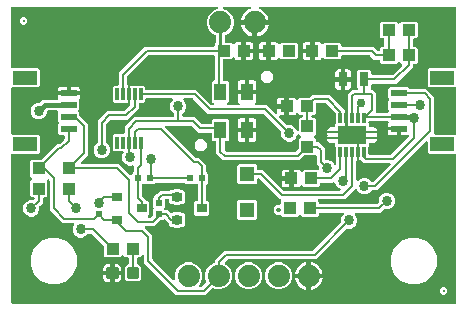
<source format=gbr>
G04 EAGLE Gerber RS-274X export*
G75*
%MOMM*%
%FSLAX34Y34*%
%LPD*%
%INTop Copper*%
%IPPOS*%
%AMOC8*
5,1,8,0,0,1.08239X$1,22.5*%
G01*
%ADD10R,0.800000X1.200000*%
%ADD11R,1.100000X1.000000*%
%ADD12C,0.200000*%
%ADD13R,2.000000X1.200000*%
%ADD14R,1.350000X0.600000*%
%ADD15C,1.879600*%
%ADD16R,1.300000X1.300000*%
%ADD17R,0.900000X0.800000*%
%ADD18R,0.600000X0.600000*%
%ADD19R,1.000000X1.100000*%
%ADD20R,1.050000X1.475000*%
%ADD21R,0.300000X1.000000*%
%ADD22R,0.296800X0.850000*%
%ADD23R,2.400000X1.650000*%
%ADD24R,0.700000X0.280000*%
%ADD25C,0.300000*%
%ADD26C,0.203200*%
%ADD27C,0.762000*%
%ADD28C,0.858000*%
%ADD29C,0.254000*%
%ADD30C,0.406400*%
%ADD31C,0.304800*%

G36*
X378010Y2041D02*
X378010Y2041D01*
X378068Y2039D01*
X378150Y2061D01*
X378234Y2073D01*
X378287Y2096D01*
X378343Y2111D01*
X378416Y2154D01*
X378493Y2189D01*
X378538Y2227D01*
X378588Y2256D01*
X378646Y2318D01*
X378710Y2372D01*
X378742Y2421D01*
X378782Y2464D01*
X378821Y2539D01*
X378868Y2609D01*
X378885Y2665D01*
X378912Y2717D01*
X378923Y2785D01*
X378953Y2880D01*
X378956Y2980D01*
X378967Y3048D01*
X378967Y128052D01*
X378959Y128110D01*
X378961Y128168D01*
X378939Y128250D01*
X378927Y128334D01*
X378904Y128387D01*
X378889Y128443D01*
X378846Y128516D01*
X378811Y128593D01*
X378773Y128638D01*
X378744Y128688D01*
X378682Y128746D01*
X378628Y128810D01*
X378579Y128842D01*
X378536Y128882D01*
X378461Y128921D01*
X378391Y128968D01*
X378335Y128985D01*
X378283Y129012D01*
X378215Y129023D01*
X378120Y129053D01*
X378020Y129056D01*
X377952Y129067D01*
X356108Y129067D01*
X354917Y130258D01*
X354917Y138448D01*
X354913Y138477D01*
X354916Y138507D01*
X354893Y138618D01*
X354877Y138730D01*
X354865Y138757D01*
X354860Y138785D01*
X354808Y138886D01*
X354761Y138989D01*
X354742Y139012D01*
X354729Y139038D01*
X354651Y139120D01*
X354578Y139206D01*
X354553Y139223D01*
X354533Y139244D01*
X354435Y139301D01*
X354341Y139364D01*
X354313Y139373D01*
X354288Y139388D01*
X354178Y139415D01*
X354070Y139450D01*
X354040Y139450D01*
X354012Y139458D01*
X353899Y139454D01*
X353786Y139457D01*
X353757Y139450D01*
X353728Y139449D01*
X353620Y139414D01*
X353511Y139385D01*
X353485Y139370D01*
X353457Y139361D01*
X353394Y139316D01*
X353266Y139240D01*
X353223Y139194D01*
X353184Y139166D01*
X311835Y97817D01*
X307514Y97817D01*
X307427Y97805D01*
X307340Y97802D01*
X307287Y97785D01*
X307232Y97777D01*
X307153Y97742D01*
X307069Y97715D01*
X307030Y97687D01*
X306973Y97661D01*
X306860Y97565D01*
X306796Y97520D01*
X304859Y95583D01*
X302349Y94543D01*
X299631Y94543D01*
X297121Y95583D01*
X295199Y97505D01*
X294775Y98529D01*
X294716Y98628D01*
X294663Y98730D01*
X294644Y98750D01*
X294630Y98774D01*
X294547Y98853D01*
X294468Y98936D01*
X294444Y98950D01*
X294424Y98969D01*
X294321Y99022D01*
X294222Y99080D01*
X294196Y99087D01*
X294171Y99100D01*
X294058Y99122D01*
X293947Y99150D01*
X293919Y99149D01*
X293892Y99155D01*
X293777Y99145D01*
X293663Y99141D01*
X293636Y99133D01*
X293609Y99130D01*
X293501Y99089D01*
X293392Y99054D01*
X293372Y99039D01*
X293343Y99028D01*
X293131Y98867D01*
X293119Y98859D01*
X287064Y92804D01*
X284683Y90423D01*
X262832Y90423D01*
X262803Y90419D01*
X262774Y90422D01*
X262663Y90399D01*
X262551Y90383D01*
X262524Y90371D01*
X262495Y90366D01*
X262395Y90313D01*
X262292Y90267D01*
X262269Y90248D01*
X262243Y90235D01*
X262161Y90157D01*
X262075Y90084D01*
X262058Y90059D01*
X262037Y90039D01*
X261980Y89941D01*
X261917Y89847D01*
X261908Y89819D01*
X261893Y89794D01*
X261865Y89684D01*
X261831Y89576D01*
X261830Y89546D01*
X261823Y89518D01*
X261827Y89405D01*
X261824Y89292D01*
X261831Y89263D01*
X261832Y89234D01*
X261867Y89126D01*
X261896Y89017D01*
X261911Y88991D01*
X261920Y88963D01*
X261965Y88899D01*
X262041Y88772D01*
X262087Y88729D01*
X262115Y88690D01*
X262413Y88392D01*
X262413Y87122D01*
X262421Y87064D01*
X262419Y87006D01*
X262441Y86924D01*
X262453Y86840D01*
X262476Y86787D01*
X262491Y86731D01*
X262534Y86658D01*
X262569Y86581D01*
X262607Y86536D01*
X262636Y86486D01*
X262698Y86428D01*
X262752Y86364D01*
X262801Y86332D01*
X262844Y86292D01*
X262919Y86253D01*
X262989Y86206D01*
X263045Y86189D01*
X263097Y86162D01*
X263165Y86151D01*
X263260Y86121D01*
X263360Y86118D01*
X263428Y86107D01*
X311796Y86107D01*
X311883Y86119D01*
X311970Y86122D01*
X312023Y86139D01*
X312078Y86147D01*
X312158Y86182D01*
X312241Y86209D01*
X312280Y86237D01*
X312337Y86263D01*
X312450Y86359D01*
X312514Y86404D01*
X312912Y86802D01*
X312964Y86872D01*
X313024Y86936D01*
X313050Y86985D01*
X313083Y87029D01*
X313114Y87111D01*
X313154Y87189D01*
X313162Y87236D01*
X313184Y87295D01*
X313196Y87442D01*
X313209Y87520D01*
X313209Y90259D01*
X314249Y92769D01*
X316171Y94691D01*
X318681Y95731D01*
X321399Y95731D01*
X323909Y94691D01*
X325831Y92769D01*
X326871Y90259D01*
X326871Y87541D01*
X325831Y85031D01*
X323909Y83109D01*
X321399Y82069D01*
X318660Y82069D01*
X318573Y82057D01*
X318486Y82054D01*
X318433Y82037D01*
X318378Y82029D01*
X318298Y81994D01*
X318215Y81967D01*
X318176Y81939D01*
X318119Y81913D01*
X318006Y81817D01*
X317942Y81772D01*
X315163Y78993D01*
X293798Y78993D01*
X293769Y78989D01*
X293740Y78992D01*
X293629Y78969D01*
X293516Y78953D01*
X293490Y78941D01*
X293461Y78936D01*
X293360Y78883D01*
X293257Y78837D01*
X293235Y78818D01*
X293209Y78805D01*
X293126Y78727D01*
X293040Y78654D01*
X293024Y78629D01*
X293002Y78609D01*
X292945Y78511D01*
X292882Y78417D01*
X292873Y78389D01*
X292859Y78364D01*
X292831Y78254D01*
X292797Y78146D01*
X292796Y78116D01*
X292789Y78088D01*
X292792Y77975D01*
X292789Y77862D01*
X292797Y77833D01*
X292798Y77804D01*
X292833Y77696D01*
X292861Y77587D01*
X292876Y77561D01*
X292885Y77533D01*
X292931Y77469D01*
X293006Y77342D01*
X293052Y77299D01*
X293080Y77260D01*
X294081Y76259D01*
X295121Y73749D01*
X295121Y71031D01*
X294081Y68521D01*
X292159Y66599D01*
X289649Y65559D01*
X286910Y65559D01*
X286823Y65547D01*
X286736Y65544D01*
X286683Y65527D01*
X286628Y65519D01*
X286548Y65484D01*
X286465Y65457D01*
X286426Y65429D01*
X286369Y65403D01*
X286256Y65307D01*
X286192Y65262D01*
X260553Y39623D01*
X186044Y39623D01*
X185957Y39611D01*
X185870Y39608D01*
X185817Y39591D01*
X185762Y39583D01*
X185682Y39548D01*
X185599Y39521D01*
X185560Y39493D01*
X185503Y39467D01*
X185390Y39371D01*
X185326Y39326D01*
X183098Y37098D01*
X183029Y37006D01*
X182955Y36918D01*
X182943Y36893D01*
X182927Y36870D01*
X182886Y36763D01*
X182839Y36658D01*
X182835Y36631D01*
X182825Y36605D01*
X182816Y36490D01*
X182800Y36377D01*
X182804Y36349D01*
X182802Y36321D01*
X182824Y36209D01*
X182841Y36095D01*
X182852Y36070D01*
X182858Y36043D01*
X182911Y35941D01*
X182958Y35836D01*
X182976Y35815D01*
X182989Y35790D01*
X183068Y35707D01*
X183142Y35620D01*
X183163Y35607D01*
X183185Y35584D01*
X183414Y35450D01*
X183427Y35442D01*
X184275Y35091D01*
X187490Y31875D01*
X189231Y27674D01*
X189231Y23126D01*
X187490Y18925D01*
X184275Y15710D01*
X180074Y13969D01*
X175526Y13969D01*
X173235Y14918D01*
X173233Y14919D01*
X173232Y14920D01*
X173098Y14954D01*
X172959Y14989D01*
X172958Y14989D01*
X172956Y14990D01*
X172816Y14985D01*
X172675Y14981D01*
X172674Y14981D01*
X172672Y14981D01*
X172539Y14938D01*
X172405Y14895D01*
X172403Y14894D01*
X172402Y14893D01*
X172390Y14885D01*
X172168Y14736D01*
X172149Y14713D01*
X172128Y14698D01*
X168954Y11524D01*
X166573Y9143D01*
X142037Y9143D01*
X114553Y36627D01*
X114553Y41968D01*
X114549Y41997D01*
X114552Y42026D01*
X114529Y42137D01*
X114513Y42249D01*
X114501Y42276D01*
X114496Y42305D01*
X114443Y42405D01*
X114397Y42508D01*
X114378Y42531D01*
X114365Y42557D01*
X114287Y42639D01*
X114214Y42725D01*
X114189Y42742D01*
X114169Y42763D01*
X114071Y42820D01*
X113977Y42883D01*
X113949Y42892D01*
X113924Y42907D01*
X113814Y42935D01*
X113706Y42969D01*
X113676Y42970D01*
X113648Y42977D01*
X113535Y42973D01*
X113422Y42976D01*
X113393Y42969D01*
X113364Y42968D01*
X113256Y42933D01*
X113147Y42904D01*
X113121Y42889D01*
X113093Y42880D01*
X113029Y42835D01*
X112902Y42759D01*
X112859Y42713D01*
X112820Y42685D01*
X111362Y41227D01*
X109862Y41227D01*
X109804Y41219D01*
X109746Y41221D01*
X109664Y41199D01*
X109580Y41187D01*
X109527Y41164D01*
X109471Y41149D01*
X109398Y41106D01*
X109321Y41071D01*
X109276Y41033D01*
X109226Y41004D01*
X109168Y40942D01*
X109104Y40888D01*
X109072Y40839D01*
X109032Y40796D01*
X108993Y40721D01*
X108946Y40651D01*
X108929Y40595D01*
X108902Y40543D01*
X108891Y40475D01*
X108861Y40380D01*
X108858Y40280D01*
X108847Y40212D01*
X108847Y35988D01*
X108855Y35930D01*
X108853Y35872D01*
X108875Y35790D01*
X108887Y35706D01*
X108910Y35653D01*
X108925Y35597D01*
X108968Y35524D01*
X109003Y35447D01*
X109041Y35402D01*
X109070Y35352D01*
X109132Y35294D01*
X109186Y35230D01*
X109235Y35198D01*
X109278Y35158D01*
X109353Y35119D01*
X109423Y35072D01*
X109479Y35055D01*
X109531Y35028D01*
X109599Y35017D01*
X109694Y34987D01*
X109794Y34984D01*
X109862Y34973D01*
X110253Y34973D01*
X112323Y32903D01*
X112323Y22977D01*
X110253Y20907D01*
X100327Y20907D01*
X98257Y22977D01*
X98257Y32903D01*
X100327Y34973D01*
X100718Y34973D01*
X100776Y34981D01*
X100834Y34979D01*
X100916Y35001D01*
X101000Y35013D01*
X101053Y35036D01*
X101109Y35051D01*
X101182Y35094D01*
X101259Y35129D01*
X101304Y35167D01*
X101354Y35196D01*
X101412Y35258D01*
X101476Y35312D01*
X101508Y35361D01*
X101548Y35404D01*
X101587Y35479D01*
X101634Y35549D01*
X101651Y35605D01*
X101678Y35657D01*
X101689Y35725D01*
X101719Y35820D01*
X101722Y35920D01*
X101733Y35988D01*
X101733Y40212D01*
X101725Y40270D01*
X101727Y40328D01*
X101705Y40410D01*
X101693Y40494D01*
X101670Y40547D01*
X101655Y40603D01*
X101612Y40676D01*
X101577Y40753D01*
X101539Y40798D01*
X101510Y40848D01*
X101448Y40906D01*
X101394Y40970D01*
X101345Y41002D01*
X101302Y41042D01*
X101227Y41081D01*
X101157Y41128D01*
X101101Y41145D01*
X101049Y41172D01*
X100981Y41183D01*
X100886Y41213D01*
X100786Y41216D01*
X100718Y41227D01*
X98678Y41227D01*
X97238Y42667D01*
X97191Y42702D01*
X97151Y42745D01*
X97078Y42788D01*
X97011Y42838D01*
X96956Y42859D01*
X96906Y42889D01*
X96824Y42909D01*
X96745Y42940D01*
X96687Y42944D01*
X96630Y42959D01*
X96546Y42956D01*
X96462Y42963D01*
X96404Y42952D01*
X96346Y42950D01*
X96266Y42924D01*
X96183Y42907D01*
X96131Y42880D01*
X96075Y42862D01*
X96019Y42822D01*
X95931Y42776D01*
X95858Y42708D01*
X95802Y42667D01*
X94362Y41227D01*
X81678Y41227D01*
X80487Y42418D01*
X80487Y50342D01*
X80475Y50429D01*
X80472Y50516D01*
X80455Y50569D01*
X80447Y50624D01*
X80412Y50704D01*
X80385Y50787D01*
X80357Y50826D01*
X80331Y50883D01*
X80235Y50996D01*
X80190Y51060D01*
X70334Y60916D01*
X70264Y60968D01*
X70200Y61028D01*
X70151Y61054D01*
X70107Y61087D01*
X70025Y61118D01*
X69947Y61158D01*
X69900Y61166D01*
X69841Y61188D01*
X69694Y61200D01*
X69616Y61213D01*
X67484Y61213D01*
X67397Y61201D01*
X67310Y61198D01*
X67257Y61181D01*
X67202Y61173D01*
X67123Y61138D01*
X67039Y61111D01*
X67000Y61083D01*
X66943Y61057D01*
X66830Y60961D01*
X66766Y60916D01*
X64829Y58979D01*
X62319Y57939D01*
X59601Y57939D01*
X57091Y58979D01*
X55169Y60901D01*
X54129Y63411D01*
X54129Y66129D01*
X55194Y68699D01*
X55223Y68811D01*
X55257Y68920D01*
X55258Y68948D01*
X55265Y68975D01*
X55262Y69089D01*
X55265Y69204D01*
X55258Y69231D01*
X55257Y69259D01*
X55222Y69368D01*
X55193Y69479D01*
X55179Y69503D01*
X55170Y69530D01*
X55106Y69625D01*
X55048Y69724D01*
X55027Y69743D01*
X55012Y69766D01*
X54924Y69840D01*
X54840Y69918D01*
X54816Y69931D01*
X54794Y69949D01*
X54690Y69995D01*
X54587Y70048D01*
X54563Y70052D01*
X54535Y70064D01*
X54271Y70101D01*
X54256Y70103D01*
X45517Y70103D01*
X34543Y81077D01*
X34543Y106056D01*
X34531Y106143D01*
X34528Y106230D01*
X34511Y106283D01*
X34503Y106338D01*
X34468Y106417D01*
X34441Y106501D01*
X34413Y106540D01*
X34387Y106597D01*
X34292Y106710D01*
X34246Y106774D01*
X34166Y106854D01*
X34142Y106872D01*
X34123Y106894D01*
X34029Y106957D01*
X33939Y107025D01*
X33911Y107035D01*
X33887Y107052D01*
X33779Y107086D01*
X33673Y107126D01*
X33644Y107129D01*
X33616Y107138D01*
X33503Y107140D01*
X33390Y107150D01*
X33361Y107144D01*
X33332Y107145D01*
X33222Y107116D01*
X33111Y107094D01*
X33085Y107080D01*
X33057Y107073D01*
X32959Y107015D01*
X32859Y106963D01*
X32837Y106943D01*
X32812Y106928D01*
X32735Y106845D01*
X32653Y106767D01*
X32638Y106742D01*
X32618Y106720D01*
X32566Y106620D01*
X32509Y106522D01*
X32502Y106493D01*
X32488Y106467D01*
X32475Y106390D01*
X32439Y106247D01*
X32441Y106184D01*
X32433Y106136D01*
X32433Y93108D01*
X31242Y91917D01*
X29972Y91917D01*
X29914Y91909D01*
X29856Y91911D01*
X29774Y91889D01*
X29690Y91877D01*
X29637Y91854D01*
X29581Y91839D01*
X29508Y91796D01*
X29431Y91761D01*
X29386Y91723D01*
X29336Y91694D01*
X29278Y91632D01*
X29214Y91578D01*
X29182Y91529D01*
X29142Y91486D01*
X29103Y91411D01*
X29056Y91341D01*
X29039Y91285D01*
X29012Y91233D01*
X29001Y91165D01*
X28971Y91070D01*
X28968Y90970D01*
X28957Y90902D01*
X28957Y87427D01*
X26178Y84648D01*
X26126Y84578D01*
X26066Y84514D01*
X26040Y84465D01*
X26007Y84421D01*
X25976Y84339D01*
X25936Y84261D01*
X25928Y84214D01*
X25906Y84155D01*
X25894Y84008D01*
X25881Y83930D01*
X25881Y81191D01*
X24841Y78681D01*
X22919Y76759D01*
X20409Y75719D01*
X17691Y75719D01*
X15181Y76759D01*
X13259Y78681D01*
X12219Y81191D01*
X12219Y83909D01*
X13259Y86419D01*
X15181Y88341D01*
X17691Y89381D01*
X20430Y89381D01*
X20517Y89393D01*
X20604Y89396D01*
X20657Y89413D01*
X20712Y89421D01*
X20792Y89456D01*
X20875Y89483D01*
X20914Y89511D01*
X20971Y89537D01*
X21084Y89633D01*
X21148Y89678D01*
X21546Y90076D01*
X21598Y90146D01*
X21658Y90210D01*
X21684Y90259D01*
X21717Y90303D01*
X21748Y90385D01*
X21788Y90463D01*
X21796Y90510D01*
X21818Y90569D01*
X21830Y90716D01*
X21843Y90794D01*
X21843Y90902D01*
X21835Y90960D01*
X21837Y91018D01*
X21815Y91100D01*
X21803Y91184D01*
X21780Y91237D01*
X21765Y91293D01*
X21722Y91366D01*
X21687Y91443D01*
X21649Y91488D01*
X21620Y91538D01*
X21558Y91596D01*
X21504Y91660D01*
X21455Y91692D01*
X21412Y91732D01*
X21337Y91771D01*
X21267Y91818D01*
X21211Y91835D01*
X21159Y91862D01*
X21091Y91873D01*
X20996Y91903D01*
X20896Y91906D01*
X20828Y91917D01*
X19558Y91917D01*
X18367Y93108D01*
X18367Y105792D01*
X19807Y107232D01*
X19842Y107279D01*
X19885Y107319D01*
X19928Y107392D01*
X19978Y107459D01*
X19999Y107514D01*
X20029Y107564D01*
X20049Y107646D01*
X20080Y107725D01*
X20084Y107783D01*
X20099Y107840D01*
X20096Y107924D01*
X20103Y108008D01*
X20092Y108066D01*
X20090Y108124D01*
X20064Y108204D01*
X20047Y108287D01*
X20020Y108339D01*
X20002Y108395D01*
X19962Y108451D01*
X19916Y108539D01*
X19848Y108612D01*
X19807Y108668D01*
X18367Y110108D01*
X18367Y122792D01*
X19558Y123983D01*
X27482Y123983D01*
X27569Y123995D01*
X27656Y123998D01*
X27709Y124015D01*
X27764Y124023D01*
X27844Y124058D01*
X27927Y124085D01*
X27966Y124113D01*
X28023Y124139D01*
X28136Y124235D01*
X28200Y124280D01*
X38446Y134526D01*
X40827Y136907D01*
X42556Y136907D01*
X42643Y136919D01*
X42730Y136922D01*
X42783Y136939D01*
X42838Y136947D01*
X42918Y136982D01*
X43001Y137009D01*
X43040Y137037D01*
X43097Y137063D01*
X43210Y137159D01*
X43274Y137204D01*
X46946Y140876D01*
X46998Y140946D01*
X47058Y141010D01*
X47084Y141059D01*
X47117Y141103D01*
X47148Y141185D01*
X47188Y141263D01*
X47196Y141310D01*
X47218Y141369D01*
X47230Y141516D01*
X47243Y141594D01*
X47243Y144052D01*
X47235Y144110D01*
X47237Y144168D01*
X47215Y144250D01*
X47203Y144334D01*
X47180Y144387D01*
X47165Y144443D01*
X47122Y144516D01*
X47087Y144593D01*
X47049Y144638D01*
X47020Y144688D01*
X46958Y144746D01*
X46904Y144810D01*
X46855Y144842D01*
X46812Y144882D01*
X46737Y144921D01*
X46667Y144968D01*
X46611Y144985D01*
X46559Y145012D01*
X46491Y145023D01*
X46396Y145053D01*
X46296Y145056D01*
X46228Y145067D01*
X43208Y145067D01*
X42017Y146258D01*
X42017Y153942D01*
X42457Y154382D01*
X42492Y154429D01*
X42535Y154469D01*
X42578Y154542D01*
X42628Y154609D01*
X42649Y154664D01*
X42679Y154714D01*
X42700Y154796D01*
X42730Y154875D01*
X42734Y154933D01*
X42749Y154990D01*
X42746Y155074D01*
X42753Y155158D01*
X42742Y155216D01*
X42740Y155274D01*
X42714Y155354D01*
X42697Y155437D01*
X42670Y155489D01*
X42652Y155545D01*
X42612Y155601D01*
X42566Y155689D01*
X42498Y155762D01*
X42457Y155818D01*
X42017Y156258D01*
X42017Y163991D01*
X42040Y164021D01*
X42051Y164049D01*
X42067Y164073D01*
X42101Y164181D01*
X42142Y164287D01*
X42144Y164316D01*
X42153Y164344D01*
X42156Y164457D01*
X42165Y164570D01*
X42159Y164599D01*
X42160Y164628D01*
X42132Y164738D01*
X42109Y164849D01*
X42096Y164875D01*
X42088Y164903D01*
X42031Y165001D01*
X41978Y165101D01*
X41958Y165123D01*
X41943Y165148D01*
X41861Y165225D01*
X41783Y165307D01*
X41757Y165322D01*
X41736Y165342D01*
X41635Y165394D01*
X41537Y165451D01*
X41509Y165458D01*
X41483Y165472D01*
X41405Y165485D01*
X41262Y165521D01*
X41199Y165519D01*
X41152Y165527D01*
X33246Y165527D01*
X33188Y165519D01*
X33130Y165521D01*
X33048Y165499D01*
X32964Y165487D01*
X32911Y165464D01*
X32855Y165449D01*
X32782Y165406D01*
X32705Y165371D01*
X32660Y165333D01*
X32610Y165304D01*
X32552Y165242D01*
X32488Y165188D01*
X32456Y165139D01*
X32416Y165096D01*
X32377Y165021D01*
X32330Y164951D01*
X32313Y164895D01*
X32286Y164843D01*
X32275Y164775D01*
X32245Y164680D01*
X32242Y164580D01*
X32231Y164512D01*
X32231Y163741D01*
X31191Y161231D01*
X29269Y159309D01*
X26759Y158269D01*
X24041Y158269D01*
X21531Y159309D01*
X19609Y161231D01*
X18569Y163741D01*
X18569Y166459D01*
X19609Y168969D01*
X21531Y170891D01*
X24041Y171931D01*
X25343Y171931D01*
X25430Y171943D01*
X25517Y171946D01*
X25570Y171963D01*
X25625Y171971D01*
X25705Y172006D01*
X25788Y172033D01*
X25827Y172061D01*
X25884Y172087D01*
X25998Y172183D01*
X26061Y172228D01*
X28506Y174673D01*
X40759Y174673D01*
X40798Y174678D01*
X40837Y174676D01*
X40938Y174698D01*
X41041Y174713D01*
X41076Y174729D01*
X41115Y174737D01*
X41206Y174786D01*
X41300Y174829D01*
X41330Y174854D01*
X41364Y174873D01*
X41438Y174946D01*
X41517Y175012D01*
X41539Y175045D01*
X41567Y175073D01*
X41617Y175163D01*
X41675Y175249D01*
X41686Y175286D01*
X41706Y175321D01*
X41729Y175421D01*
X41760Y175520D01*
X41761Y175559D01*
X41770Y175597D01*
X41765Y175701D01*
X41768Y175804D01*
X41758Y175842D01*
X41756Y175881D01*
X41729Y175954D01*
X41696Y176079D01*
X41691Y176088D01*
X41509Y176766D01*
X41509Y178601D01*
X50316Y178601D01*
X50374Y178609D01*
X50432Y178607D01*
X50514Y178629D01*
X50597Y178641D01*
X50651Y178664D01*
X50707Y178679D01*
X50780Y178722D01*
X50799Y178731D01*
X50845Y178700D01*
X50901Y178683D01*
X50953Y178656D01*
X51021Y178645D01*
X51116Y178615D01*
X51216Y178612D01*
X51284Y178601D01*
X60091Y178601D01*
X60091Y176766D01*
X59918Y176119D01*
X59583Y175540D01*
X59502Y175459D01*
X59467Y175412D01*
X59424Y175372D01*
X59382Y175299D01*
X59331Y175232D01*
X59310Y175177D01*
X59280Y175126D01*
X59260Y175045D01*
X59230Y174966D01*
X59225Y174908D01*
X59210Y174851D01*
X59213Y174767D01*
X59206Y174683D01*
X59218Y174625D01*
X59219Y174567D01*
X59245Y174487D01*
X59262Y174404D01*
X59289Y174352D01*
X59307Y174296D01*
X59347Y174240D01*
X59393Y174152D01*
X59462Y174079D01*
X59502Y174023D01*
X59583Y173942D01*
X59583Y166258D01*
X59143Y165818D01*
X59107Y165771D01*
X59065Y165731D01*
X59022Y165658D01*
X58972Y165591D01*
X58951Y165536D01*
X58921Y165486D01*
X58901Y165404D01*
X58870Y165325D01*
X58866Y165267D01*
X58851Y165210D01*
X58854Y165126D01*
X58847Y165042D01*
X58858Y164984D01*
X58860Y164926D01*
X58886Y164846D01*
X58903Y164763D01*
X58930Y164711D01*
X58948Y164655D01*
X58988Y164599D01*
X59034Y164511D01*
X59103Y164438D01*
X59143Y164382D01*
X59583Y163942D01*
X59583Y161768D01*
X59595Y161681D01*
X59598Y161594D01*
X59615Y161541D01*
X59623Y161486D01*
X59658Y161406D01*
X59685Y161323D01*
X59713Y161284D01*
X59739Y161227D01*
X59835Y161114D01*
X59880Y161050D01*
X67057Y153873D01*
X67057Y127677D01*
X61120Y121740D01*
X61102Y121716D01*
X61080Y121697D01*
X61017Y121603D01*
X60949Y121513D01*
X60939Y121485D01*
X60922Y121461D01*
X60888Y121353D01*
X60848Y121247D01*
X60845Y121218D01*
X60836Y121190D01*
X60834Y121076D01*
X60824Y120964D01*
X60830Y120935D01*
X60829Y120906D01*
X60858Y120796D01*
X60880Y120685D01*
X60894Y120659D01*
X60901Y120631D01*
X60959Y120533D01*
X61011Y120433D01*
X61031Y120411D01*
X61046Y120386D01*
X61129Y120309D01*
X61207Y120227D01*
X61232Y120212D01*
X61254Y120192D01*
X61354Y120140D01*
X61452Y120083D01*
X61481Y120076D01*
X61507Y120062D01*
X61584Y120049D01*
X61728Y120013D01*
X61790Y120015D01*
X61838Y120007D01*
X93303Y120007D01*
X102534Y110776D01*
X102558Y110758D01*
X102577Y110736D01*
X102671Y110673D01*
X102761Y110605D01*
X102789Y110595D01*
X102813Y110578D01*
X102921Y110544D01*
X103027Y110504D01*
X103056Y110501D01*
X103084Y110492D01*
X103198Y110490D01*
X103310Y110480D01*
X103339Y110486D01*
X103368Y110485D01*
X103478Y110514D01*
X103589Y110536D01*
X103615Y110550D01*
X103643Y110557D01*
X103741Y110615D01*
X103841Y110667D01*
X103863Y110687D01*
X103888Y110702D01*
X103965Y110785D01*
X104047Y110863D01*
X104062Y110888D01*
X104082Y110910D01*
X104134Y111010D01*
X104191Y111108D01*
X104198Y111137D01*
X104212Y111163D01*
X104225Y111240D01*
X104261Y111384D01*
X104259Y111446D01*
X104267Y111494D01*
X104267Y111792D01*
X105366Y112891D01*
X105418Y112960D01*
X105478Y113024D01*
X105504Y113074D01*
X105537Y113118D01*
X105568Y113200D01*
X105608Y113277D01*
X105616Y113325D01*
X105638Y113383D01*
X105650Y113531D01*
X105663Y113609D01*
X105663Y117974D01*
X105647Y118088D01*
X105637Y118202D01*
X105627Y118228D01*
X105623Y118256D01*
X105576Y118361D01*
X105535Y118468D01*
X105519Y118490D01*
X105507Y118515D01*
X105433Y118603D01*
X105364Y118694D01*
X105341Y118711D01*
X105324Y118732D01*
X105228Y118796D01*
X105136Y118864D01*
X105110Y118874D01*
X105087Y118890D01*
X104977Y118924D01*
X104870Y118965D01*
X104842Y118967D01*
X104816Y118975D01*
X104701Y118978D01*
X104586Y118987D01*
X104562Y118982D01*
X104532Y118983D01*
X104274Y118915D01*
X104259Y118912D01*
X104229Y118899D01*
X101511Y118899D01*
X99001Y119939D01*
X97079Y121861D01*
X96039Y124371D01*
X96039Y127089D01*
X97114Y129683D01*
X97135Y129711D01*
X97145Y129738D01*
X97162Y129763D01*
X97196Y129871D01*
X97236Y129976D01*
X97238Y130006D01*
X97247Y130034D01*
X97250Y130147D01*
X97260Y130260D01*
X97254Y130289D01*
X97255Y130318D01*
X97226Y130428D01*
X97204Y130538D01*
X97190Y130565D01*
X97183Y130593D01*
X97125Y130690D01*
X97073Y130791D01*
X97053Y130812D01*
X97038Y130838D01*
X96955Y130915D01*
X96877Y130997D01*
X96852Y131012D01*
X96830Y131032D01*
X96730Y131084D01*
X96632Y131141D01*
X96604Y131148D01*
X96577Y131162D01*
X96500Y131175D01*
X96357Y131211D01*
X96294Y131209D01*
X96246Y131217D01*
X89258Y131217D01*
X88067Y132408D01*
X88067Y144092D01*
X89258Y145283D01*
X97028Y145283D01*
X97086Y145291D01*
X97144Y145289D01*
X97226Y145311D01*
X97310Y145323D01*
X97363Y145346D01*
X97419Y145361D01*
X97492Y145404D01*
X97569Y145439D01*
X97614Y145477D01*
X97664Y145506D01*
X97722Y145568D01*
X97786Y145622D01*
X97818Y145671D01*
X97858Y145714D01*
X97897Y145789D01*
X97944Y145859D01*
X97961Y145915D01*
X97988Y145967D01*
X97999Y146035D01*
X98029Y146130D01*
X98032Y146230D01*
X98043Y146298D01*
X98043Y151333D01*
X106477Y159767D01*
X138938Y159767D01*
X138996Y159775D01*
X139054Y159773D01*
X139136Y159795D01*
X139220Y159807D01*
X139273Y159830D01*
X139329Y159845D01*
X139402Y159888D01*
X139479Y159923D01*
X139524Y159961D01*
X139574Y159990D01*
X139632Y160052D01*
X139696Y160106D01*
X139728Y160155D01*
X139768Y160198D01*
X139807Y160273D01*
X139854Y160343D01*
X139871Y160399D01*
X139898Y160451D01*
X139909Y160519D01*
X139939Y160614D01*
X139942Y160714D01*
X139953Y160782D01*
X139953Y162386D01*
X139941Y162473D01*
X139938Y162560D01*
X139921Y162613D01*
X139913Y162668D01*
X139878Y162747D01*
X139851Y162831D01*
X139823Y162870D01*
X139797Y162927D01*
X139701Y163040D01*
X139656Y163104D01*
X137719Y165041D01*
X136679Y167551D01*
X136679Y170269D01*
X137719Y172779D01*
X138900Y173960D01*
X138918Y173984D01*
X138940Y174003D01*
X139003Y174097D01*
X139071Y174187D01*
X139081Y174215D01*
X139098Y174239D01*
X139132Y174347D01*
X139172Y174453D01*
X139175Y174482D01*
X139183Y174510D01*
X139186Y174624D01*
X139196Y174736D01*
X139190Y174765D01*
X139191Y174794D01*
X139162Y174904D01*
X139140Y175015D01*
X139126Y175041D01*
X139119Y175069D01*
X139061Y175167D01*
X139009Y175267D01*
X138989Y175289D01*
X138974Y175314D01*
X138891Y175391D01*
X138813Y175473D01*
X138788Y175488D01*
X138766Y175508D01*
X138665Y175560D01*
X138568Y175617D01*
X138539Y175624D01*
X138513Y175638D01*
X138436Y175651D01*
X138292Y175687D01*
X138230Y175685D01*
X138182Y175693D01*
X116148Y175693D01*
X116090Y175685D01*
X116032Y175687D01*
X115950Y175665D01*
X115866Y175653D01*
X115813Y175630D01*
X115757Y175615D01*
X115684Y175572D01*
X115607Y175537D01*
X115562Y175499D01*
X115512Y175470D01*
X115454Y175408D01*
X115390Y175354D01*
X115358Y175305D01*
X115318Y175262D01*
X115279Y175187D01*
X115232Y175117D01*
X115215Y175061D01*
X115188Y175009D01*
X115177Y174941D01*
X115147Y174846D01*
X115144Y174746D01*
X115133Y174678D01*
X115133Y173408D01*
X113942Y172217D01*
X111172Y172217D01*
X111114Y172209D01*
X111056Y172211D01*
X110974Y172189D01*
X110890Y172177D01*
X110837Y172154D01*
X110781Y172139D01*
X110708Y172096D01*
X110631Y172061D01*
X110586Y172023D01*
X110536Y171994D01*
X110478Y171932D01*
X110414Y171878D01*
X110382Y171829D01*
X110342Y171786D01*
X110303Y171711D01*
X110256Y171641D01*
X110239Y171585D01*
X110212Y171533D01*
X110201Y171465D01*
X110171Y171370D01*
X110168Y171270D01*
X110157Y171202D01*
X110157Y167357D01*
X100533Y157733D01*
X86984Y157733D01*
X86897Y157721D01*
X86810Y157718D01*
X86757Y157701D01*
X86702Y157693D01*
X86622Y157658D01*
X86539Y157631D01*
X86500Y157603D01*
X86443Y157577D01*
X86330Y157481D01*
X86266Y157436D01*
X82594Y153764D01*
X82542Y153694D01*
X82482Y153630D01*
X82456Y153581D01*
X82423Y153537D01*
X82392Y153455D01*
X82352Y153377D01*
X82344Y153330D01*
X82322Y153271D01*
X82310Y153124D01*
X82297Y153046D01*
X82297Y138604D01*
X82309Y138517D01*
X82312Y138430D01*
X82329Y138377D01*
X82337Y138322D01*
X82372Y138243D01*
X82399Y138159D01*
X82427Y138120D01*
X82453Y138063D01*
X82549Y137950D01*
X82594Y137886D01*
X84531Y135949D01*
X85571Y133439D01*
X85571Y130721D01*
X84531Y128211D01*
X82609Y126289D01*
X80099Y125249D01*
X77381Y125249D01*
X74871Y126289D01*
X72949Y128211D01*
X71909Y130721D01*
X71909Y133439D01*
X72949Y135949D01*
X74886Y137886D01*
X74938Y137956D01*
X74998Y138020D01*
X75024Y138069D01*
X75057Y138113D01*
X75088Y138195D01*
X75128Y138273D01*
X75136Y138320D01*
X75158Y138379D01*
X75170Y138527D01*
X75183Y138604D01*
X75183Y156413D01*
X83617Y164847D01*
X97166Y164847D01*
X97253Y164859D01*
X97340Y164862D01*
X97393Y164879D01*
X97448Y164887D01*
X97528Y164922D01*
X97611Y164949D01*
X97650Y164977D01*
X97707Y165003D01*
X97820Y165099D01*
X97884Y165144D01*
X102716Y169976D01*
X102734Y170000D01*
X102756Y170019D01*
X102819Y170113D01*
X102887Y170203D01*
X102897Y170231D01*
X102914Y170255D01*
X102948Y170363D01*
X102988Y170469D01*
X102991Y170498D01*
X103000Y170526D01*
X103002Y170640D01*
X103012Y170752D01*
X103006Y170781D01*
X103007Y170810D01*
X102978Y170920D01*
X102956Y171031D01*
X102942Y171057D01*
X102935Y171085D01*
X102877Y171183D01*
X102825Y171283D01*
X102805Y171305D01*
X102790Y171330D01*
X102707Y171407D01*
X102629Y171489D01*
X102615Y171498D01*
X102615Y179250D01*
X102615Y186791D01*
X103434Y186791D01*
X104081Y186618D01*
X104425Y186419D01*
X104515Y186382D01*
X104602Y186338D01*
X104641Y186332D01*
X104689Y186312D01*
X104860Y186295D01*
X104933Y186283D01*
X113942Y186283D01*
X115133Y185092D01*
X115133Y183822D01*
X115141Y183764D01*
X115139Y183706D01*
X115161Y183624D01*
X115173Y183540D01*
X115196Y183487D01*
X115211Y183431D01*
X115254Y183358D01*
X115289Y183281D01*
X115327Y183236D01*
X115356Y183186D01*
X115418Y183128D01*
X115472Y183064D01*
X115521Y183032D01*
X115564Y182992D01*
X115639Y182953D01*
X115709Y182906D01*
X115765Y182889D01*
X115817Y182862D01*
X115885Y182851D01*
X115980Y182821D01*
X116080Y182818D01*
X116148Y182807D01*
X158773Y182807D01*
X171356Y170224D01*
X171426Y170172D01*
X171490Y170112D01*
X171539Y170086D01*
X171583Y170053D01*
X171665Y170022D01*
X171743Y169982D01*
X171790Y169974D01*
X171849Y169952D01*
X171996Y169940D01*
X172074Y169927D01*
X172598Y169927D01*
X172627Y169931D01*
X172656Y169928D01*
X172767Y169951D01*
X172879Y169967D01*
X172906Y169979D01*
X172935Y169984D01*
X173035Y170037D01*
X173138Y170083D01*
X173161Y170102D01*
X173187Y170115D01*
X173269Y170193D01*
X173355Y170266D01*
X173372Y170291D01*
X173393Y170311D01*
X173450Y170409D01*
X173513Y170503D01*
X173522Y170531D01*
X173537Y170556D01*
X173565Y170666D01*
X173599Y170774D01*
X173600Y170804D01*
X173607Y170832D01*
X173603Y170945D01*
X173606Y171058D01*
X173599Y171087D01*
X173598Y171116D01*
X173563Y171224D01*
X173534Y171333D01*
X173519Y171359D01*
X173510Y171387D01*
X173465Y171451D01*
X173389Y171578D01*
X173343Y171621D01*
X173315Y171660D01*
X171967Y173008D01*
X171967Y189442D01*
X173158Y190633D01*
X173228Y190633D01*
X173286Y190641D01*
X173344Y190639D01*
X173426Y190661D01*
X173510Y190673D01*
X173563Y190696D01*
X173619Y190711D01*
X173692Y190754D01*
X173769Y190789D01*
X173814Y190827D01*
X173864Y190856D01*
X173922Y190918D01*
X173986Y190972D01*
X174018Y191021D01*
X174058Y191064D01*
X174097Y191139D01*
X174144Y191209D01*
X174161Y191265D01*
X174188Y191317D01*
X174199Y191385D01*
X174229Y191480D01*
X174232Y191580D01*
X174243Y191648D01*
X174243Y211328D01*
X174235Y211386D01*
X174237Y211444D01*
X174215Y211526D01*
X174203Y211610D01*
X174180Y211663D01*
X174165Y211719D01*
X174122Y211792D01*
X174087Y211869D01*
X174049Y211914D01*
X174020Y211964D01*
X173958Y212022D01*
X173904Y212086D01*
X173855Y212118D01*
X173812Y212158D01*
X173737Y212197D01*
X173667Y212244D01*
X173611Y212261D01*
X173559Y212288D01*
X173491Y212299D01*
X173396Y212329D01*
X173296Y212332D01*
X173228Y212343D01*
X118734Y212343D01*
X118647Y212331D01*
X118560Y212328D01*
X118507Y212311D01*
X118452Y212303D01*
X118372Y212268D01*
X118289Y212241D01*
X118250Y212213D01*
X118193Y212187D01*
X118080Y212091D01*
X118016Y212046D01*
X100454Y194484D01*
X100402Y194414D01*
X100342Y194350D01*
X100316Y194301D01*
X100283Y194257D01*
X100252Y194175D01*
X100212Y194097D01*
X100204Y194050D01*
X100182Y193991D01*
X100170Y193844D01*
X100157Y193766D01*
X100157Y187806D01*
X100165Y187751D01*
X100163Y187707D01*
X100164Y187706D01*
X100163Y187690D01*
X100185Y187608D01*
X100197Y187524D01*
X100220Y187471D01*
X100235Y187415D01*
X100278Y187342D01*
X100313Y187265D01*
X100351Y187220D01*
X100380Y187170D01*
X100442Y187112D01*
X100496Y187048D01*
X100545Y187016D01*
X100585Y186979D01*
X100585Y179250D01*
X100585Y171709D01*
X99766Y171709D01*
X99119Y171882D01*
X98775Y172081D01*
X98685Y172118D01*
X98598Y172162D01*
X98559Y172168D01*
X98511Y172188D01*
X98340Y172205D01*
X98267Y172217D01*
X89258Y172217D01*
X88067Y173408D01*
X88067Y185092D01*
X89258Y186283D01*
X92028Y186283D01*
X92086Y186291D01*
X92144Y186289D01*
X92226Y186311D01*
X92310Y186323D01*
X92363Y186346D01*
X92419Y186361D01*
X92492Y186404D01*
X92569Y186439D01*
X92614Y186477D01*
X92664Y186506D01*
X92722Y186568D01*
X92786Y186622D01*
X92818Y186671D01*
X92858Y186714D01*
X92897Y186789D01*
X92944Y186859D01*
X92961Y186915D01*
X92988Y186967D01*
X92999Y187035D01*
X93029Y187130D01*
X93032Y187230D01*
X93043Y187298D01*
X93043Y193606D01*
X93031Y193693D01*
X93028Y193780D01*
X93011Y193833D01*
X93003Y193888D01*
X92968Y193968D01*
X92963Y193981D01*
X92963Y197053D01*
X95344Y199434D01*
X115367Y219457D01*
X173452Y219457D01*
X173510Y219465D01*
X173568Y219463D01*
X173650Y219485D01*
X173734Y219497D01*
X173787Y219520D01*
X173843Y219535D01*
X173916Y219578D01*
X173993Y219613D01*
X174038Y219651D01*
X174088Y219680D01*
X174146Y219742D01*
X174210Y219796D01*
X174242Y219845D01*
X174282Y219888D01*
X174321Y219963D01*
X174368Y220033D01*
X174385Y220089D01*
X174412Y220141D01*
X174423Y220209D01*
X174453Y220304D01*
X174456Y220404D01*
X174467Y220472D01*
X174467Y221742D01*
X174962Y222237D01*
X175014Y222306D01*
X175074Y222370D01*
X175100Y222420D01*
X175133Y222464D01*
X175164Y222546D01*
X175204Y222623D01*
X175212Y222671D01*
X175234Y222729D01*
X175246Y222877D01*
X175259Y222955D01*
X175259Y228558D01*
X175259Y228559D01*
X175259Y228561D01*
X175239Y228701D01*
X175219Y228839D01*
X175219Y228840D01*
X175219Y228842D01*
X175162Y228968D01*
X175103Y229098D01*
X175102Y229100D01*
X175101Y229101D01*
X175010Y229208D01*
X174920Y229315D01*
X174918Y229316D01*
X174917Y229318D01*
X174904Y229326D01*
X174683Y229473D01*
X174654Y229482D01*
X174633Y229496D01*
X172595Y230340D01*
X169380Y233555D01*
X167639Y237756D01*
X167639Y242304D01*
X169380Y246505D01*
X172595Y249721D01*
X176370Y251284D01*
X176444Y251328D01*
X176522Y251363D01*
X176566Y251400D01*
X176615Y251429D01*
X176674Y251491D01*
X176739Y251547D01*
X176771Y251594D01*
X176810Y251635D01*
X176849Y251712D01*
X176897Y251783D01*
X176914Y251837D01*
X176940Y251888D01*
X176957Y251972D01*
X176983Y252054D01*
X176984Y252111D01*
X176995Y252167D01*
X176988Y252252D01*
X176990Y252338D01*
X176975Y252393D01*
X176971Y252450D01*
X176940Y252530D01*
X176918Y252613D01*
X176889Y252662D01*
X176869Y252715D01*
X176817Y252784D01*
X176773Y252858D01*
X176731Y252897D01*
X176697Y252942D01*
X176628Y252994D01*
X176565Y253052D01*
X176515Y253078D01*
X176469Y253112D01*
X176389Y253143D01*
X176312Y253182D01*
X176264Y253190D01*
X176203Y253213D01*
X176059Y253224D01*
X175981Y253237D01*
X3048Y253237D01*
X2990Y253229D01*
X2932Y253231D01*
X2850Y253209D01*
X2766Y253197D01*
X2713Y253174D01*
X2657Y253159D01*
X2584Y253116D01*
X2507Y253081D01*
X2462Y253043D01*
X2412Y253014D01*
X2354Y252952D01*
X2290Y252898D01*
X2258Y252849D01*
X2218Y252806D01*
X2179Y252731D01*
X2132Y252661D01*
X2115Y252605D01*
X2088Y252553D01*
X2077Y252485D01*
X2047Y252390D01*
X2044Y252290D01*
X2033Y252222D01*
X2033Y202148D01*
X2041Y202090D01*
X2039Y202032D01*
X2061Y201950D01*
X2073Y201866D01*
X2096Y201813D01*
X2111Y201757D01*
X2154Y201684D01*
X2189Y201607D01*
X2227Y201562D01*
X2256Y201512D01*
X2318Y201454D01*
X2372Y201390D01*
X2421Y201358D01*
X2464Y201318D01*
X2539Y201279D01*
X2609Y201232D01*
X2665Y201215D01*
X2717Y201188D01*
X2785Y201177D01*
X2880Y201147D01*
X2980Y201144D01*
X3048Y201133D01*
X24892Y201133D01*
X26083Y199942D01*
X26083Y186258D01*
X24892Y185067D01*
X3048Y185067D01*
X2990Y185059D01*
X2932Y185061D01*
X2850Y185039D01*
X2766Y185027D01*
X2713Y185004D01*
X2657Y184989D01*
X2584Y184946D01*
X2507Y184911D01*
X2462Y184873D01*
X2412Y184844D01*
X2354Y184782D01*
X2290Y184728D01*
X2258Y184679D01*
X2218Y184636D01*
X2179Y184561D01*
X2132Y184491D01*
X2115Y184435D01*
X2088Y184383D01*
X2077Y184315D01*
X2047Y184220D01*
X2044Y184120D01*
X2033Y184052D01*
X2033Y146148D01*
X2040Y146098D01*
X2039Y146082D01*
X2041Y146077D01*
X2039Y146032D01*
X2061Y145950D01*
X2073Y145866D01*
X2096Y145813D01*
X2111Y145757D01*
X2154Y145684D01*
X2189Y145607D01*
X2227Y145562D01*
X2256Y145512D01*
X2318Y145454D01*
X2372Y145390D01*
X2421Y145358D01*
X2464Y145318D01*
X2539Y145279D01*
X2609Y145232D01*
X2665Y145215D01*
X2717Y145188D01*
X2785Y145177D01*
X2880Y145147D01*
X2980Y145144D01*
X3048Y145133D01*
X24892Y145133D01*
X26083Y143942D01*
X26083Y130258D01*
X24892Y129067D01*
X3048Y129067D01*
X2990Y129059D01*
X2932Y129061D01*
X2850Y129039D01*
X2766Y129027D01*
X2713Y129004D01*
X2657Y128989D01*
X2584Y128946D01*
X2507Y128911D01*
X2462Y128873D01*
X2412Y128844D01*
X2354Y128782D01*
X2290Y128728D01*
X2258Y128679D01*
X2218Y128636D01*
X2179Y128561D01*
X2132Y128491D01*
X2115Y128435D01*
X2088Y128383D01*
X2077Y128315D01*
X2047Y128220D01*
X2044Y128120D01*
X2033Y128052D01*
X2033Y3048D01*
X2041Y2990D01*
X2039Y2932D01*
X2061Y2850D01*
X2073Y2766D01*
X2096Y2713D01*
X2111Y2657D01*
X2154Y2584D01*
X2189Y2507D01*
X2227Y2462D01*
X2256Y2412D01*
X2318Y2354D01*
X2372Y2290D01*
X2421Y2258D01*
X2464Y2218D01*
X2539Y2179D01*
X2609Y2132D01*
X2665Y2115D01*
X2717Y2088D01*
X2785Y2077D01*
X2880Y2047D01*
X2980Y2044D01*
X3048Y2033D01*
X377952Y2033D01*
X378010Y2041D01*
G37*
G36*
X378010Y145141D02*
X378010Y145141D01*
X378068Y145139D01*
X378150Y145161D01*
X378234Y145173D01*
X378287Y145196D01*
X378343Y145211D01*
X378416Y145254D01*
X378493Y145289D01*
X378538Y145327D01*
X378588Y145356D01*
X378646Y145418D01*
X378710Y145472D01*
X378742Y145521D01*
X378782Y145564D01*
X378821Y145639D01*
X378868Y145709D01*
X378885Y145765D01*
X378912Y145817D01*
X378923Y145885D01*
X378953Y145980D01*
X378956Y146080D01*
X378967Y146148D01*
X378967Y184052D01*
X378959Y184110D01*
X378961Y184168D01*
X378939Y184250D01*
X378927Y184334D01*
X378904Y184387D01*
X378889Y184443D01*
X378846Y184516D01*
X378811Y184593D01*
X378773Y184638D01*
X378744Y184688D01*
X378682Y184746D01*
X378628Y184810D01*
X378579Y184842D01*
X378536Y184882D01*
X378461Y184921D01*
X378391Y184968D01*
X378335Y184985D01*
X378283Y185012D01*
X378215Y185023D01*
X378120Y185053D01*
X378020Y185056D01*
X377952Y185067D01*
X356108Y185067D01*
X354917Y186258D01*
X354917Y199942D01*
X356108Y201133D01*
X377952Y201133D01*
X378010Y201141D01*
X378068Y201139D01*
X378150Y201161D01*
X378234Y201173D01*
X378287Y201196D01*
X378343Y201211D01*
X378416Y201254D01*
X378493Y201289D01*
X378538Y201327D01*
X378588Y201356D01*
X378646Y201418D01*
X378710Y201472D01*
X378742Y201521D01*
X378782Y201564D01*
X378821Y201639D01*
X378868Y201709D01*
X378885Y201765D01*
X378912Y201817D01*
X378923Y201885D01*
X378953Y201980D01*
X378956Y202080D01*
X378967Y202148D01*
X378967Y252222D01*
X378959Y252280D01*
X378961Y252338D01*
X378939Y252420D01*
X378927Y252504D01*
X378904Y252557D01*
X378889Y252613D01*
X378846Y252686D01*
X378811Y252763D01*
X378773Y252808D01*
X378744Y252858D01*
X378682Y252916D01*
X378628Y252980D01*
X378579Y253012D01*
X378536Y253052D01*
X378461Y253091D01*
X378391Y253138D01*
X378335Y253155D01*
X378283Y253182D01*
X378215Y253193D01*
X378120Y253223D01*
X378020Y253226D01*
X377952Y253237D01*
X212677Y253237D01*
X212553Y253220D01*
X212428Y253206D01*
X212412Y253200D01*
X212395Y253197D01*
X212281Y253146D01*
X212165Y253099D01*
X212151Y253088D01*
X212136Y253081D01*
X212040Y253000D01*
X211942Y252922D01*
X211932Y252908D01*
X211919Y252898D01*
X211849Y252793D01*
X211776Y252691D01*
X211771Y252675D01*
X211761Y252661D01*
X211723Y252541D01*
X211682Y252423D01*
X211681Y252406D01*
X211675Y252390D01*
X211672Y252264D01*
X211665Y252139D01*
X211669Y252123D01*
X211668Y252106D01*
X211700Y251984D01*
X211727Y251862D01*
X211736Y251847D01*
X211740Y251831D01*
X211804Y251723D01*
X211865Y251613D01*
X211877Y251601D01*
X211885Y251586D01*
X211977Y251500D01*
X212065Y251412D01*
X212079Y251404D01*
X212093Y251392D01*
X212346Y251262D01*
X212355Y251261D01*
X212363Y251256D01*
X212863Y251094D01*
X214537Y250241D01*
X216058Y249136D01*
X217386Y247808D01*
X218491Y246287D01*
X219344Y244613D01*
X219925Y242826D01*
X220046Y242061D01*
X209296Y242061D01*
X209238Y242053D01*
X209180Y242055D01*
X209098Y242033D01*
X209015Y242021D01*
X208961Y241997D01*
X208905Y241983D01*
X208832Y241940D01*
X208755Y241905D01*
X208711Y241867D01*
X208660Y241837D01*
X208603Y241776D01*
X208538Y241721D01*
X208506Y241673D01*
X208466Y241630D01*
X208427Y241555D01*
X208381Y241485D01*
X208363Y241429D01*
X208336Y241377D01*
X208325Y241309D01*
X208295Y241214D01*
X208292Y241114D01*
X208281Y241046D01*
X208281Y240029D01*
X208279Y240029D01*
X208279Y241046D01*
X208271Y241104D01*
X208272Y241162D01*
X208251Y241244D01*
X208239Y241327D01*
X208215Y241381D01*
X208201Y241437D01*
X208158Y241510D01*
X208123Y241587D01*
X208085Y241632D01*
X208055Y241682D01*
X207994Y241740D01*
X207939Y241804D01*
X207891Y241836D01*
X207848Y241876D01*
X207773Y241915D01*
X207703Y241961D01*
X207647Y241979D01*
X207595Y242006D01*
X207527Y242017D01*
X207432Y242047D01*
X207332Y242050D01*
X207264Y242061D01*
X196514Y242061D01*
X196635Y242826D01*
X197216Y244613D01*
X198069Y246287D01*
X199174Y247808D01*
X200502Y249136D01*
X202023Y250241D01*
X203697Y251094D01*
X204197Y251256D01*
X204310Y251311D01*
X204424Y251363D01*
X204437Y251374D01*
X204452Y251381D01*
X204546Y251466D01*
X204641Y251547D01*
X204651Y251561D01*
X204663Y251572D01*
X204729Y251678D01*
X204799Y251783D01*
X204804Y251799D01*
X204813Y251814D01*
X204847Y251934D01*
X204885Y252054D01*
X204885Y252071D01*
X204890Y252087D01*
X204889Y252213D01*
X204892Y252338D01*
X204888Y252355D01*
X204887Y252372D01*
X204852Y252492D01*
X204820Y252613D01*
X204811Y252628D01*
X204807Y252644D01*
X204739Y252750D01*
X204675Y252858D01*
X204662Y252869D01*
X204653Y252884D01*
X204559Y252966D01*
X204467Y253052D01*
X204452Y253060D01*
X204440Y253071D01*
X204326Y253125D01*
X204214Y253182D01*
X204199Y253184D01*
X204182Y253192D01*
X203902Y253237D01*
X203892Y253236D01*
X203883Y253237D01*
X182159Y253237D01*
X182074Y253225D01*
X181988Y253223D01*
X181934Y253205D01*
X181877Y253197D01*
X181799Y253162D01*
X181717Y253136D01*
X181670Y253104D01*
X181618Y253081D01*
X181552Y253026D01*
X181481Y252978D01*
X181444Y252934D01*
X181401Y252898D01*
X181353Y252826D01*
X181298Y252760D01*
X181275Y252708D01*
X181243Y252661D01*
X181217Y252579D01*
X181182Y252500D01*
X181175Y252444D01*
X181157Y252390D01*
X181155Y252304D01*
X181143Y252219D01*
X181152Y252163D01*
X181150Y252106D01*
X181172Y252023D01*
X181184Y251938D01*
X181208Y251886D01*
X181222Y251831D01*
X181266Y251757D01*
X181301Y251678D01*
X181338Y251635D01*
X181367Y251586D01*
X181430Y251527D01*
X181486Y251462D01*
X181528Y251436D01*
X181575Y251392D01*
X181704Y251326D01*
X181770Y251284D01*
X185545Y249721D01*
X188760Y246505D01*
X190501Y242304D01*
X190501Y237756D01*
X188760Y233555D01*
X185545Y230340D01*
X183507Y229496D01*
X183506Y229495D01*
X183505Y229494D01*
X183386Y229424D01*
X183263Y229351D01*
X183262Y229350D01*
X183260Y229349D01*
X183163Y229245D01*
X183067Y229144D01*
X183067Y229143D01*
X183066Y229142D01*
X183001Y229016D01*
X182937Y228892D01*
X182937Y228890D01*
X182936Y228889D01*
X182934Y228874D01*
X182882Y228613D01*
X182885Y228582D01*
X182881Y228558D01*
X182881Y223948D01*
X182889Y223890D01*
X182887Y223832D01*
X182909Y223750D01*
X182921Y223666D01*
X182944Y223613D01*
X182959Y223557D01*
X183002Y223484D01*
X183037Y223407D01*
X183075Y223362D01*
X183104Y223312D01*
X183166Y223254D01*
X183220Y223190D01*
X183269Y223158D01*
X183312Y223118D01*
X183387Y223079D01*
X183457Y223032D01*
X183513Y223015D01*
X183565Y222988D01*
X183633Y222977D01*
X183728Y222947D01*
X183828Y222944D01*
X183896Y222933D01*
X188342Y222933D01*
X189561Y221714D01*
X189599Y221685D01*
X189632Y221649D01*
X189713Y221600D01*
X189788Y221543D01*
X189833Y221526D01*
X189875Y221500D01*
X189966Y221475D01*
X190053Y221442D01*
X190102Y221438D01*
X190149Y221425D01*
X190243Y221426D01*
X190337Y221418D01*
X190384Y221428D01*
X190433Y221429D01*
X190523Y221456D01*
X190615Y221474D01*
X190659Y221497D01*
X190705Y221511D01*
X190784Y221562D01*
X190868Y221605D01*
X190903Y221639D01*
X190944Y221665D01*
X190991Y221723D01*
X191074Y221801D01*
X191118Y221876D01*
X191158Y221924D01*
X191467Y222460D01*
X191940Y222933D01*
X192519Y223268D01*
X193166Y223441D01*
X196969Y223441D01*
X196969Y216916D01*
X196977Y216858D01*
X196975Y216800D01*
X196997Y216718D01*
X197009Y216635D01*
X197033Y216581D01*
X197047Y216525D01*
X197090Y216452D01*
X197125Y216375D01*
X197163Y216331D01*
X197193Y216280D01*
X197254Y216223D01*
X197309Y216158D01*
X197357Y216126D01*
X197400Y216086D01*
X197475Y216047D01*
X197545Y216001D01*
X197601Y215983D01*
X197653Y215956D01*
X197721Y215945D01*
X197816Y215915D01*
X197916Y215912D01*
X197984Y215901D01*
X199001Y215901D01*
X199001Y215899D01*
X197984Y215899D01*
X197926Y215891D01*
X197868Y215892D01*
X197786Y215871D01*
X197703Y215859D01*
X197649Y215835D01*
X197593Y215821D01*
X197520Y215778D01*
X197443Y215743D01*
X197398Y215705D01*
X197348Y215675D01*
X197290Y215614D01*
X197226Y215559D01*
X197194Y215511D01*
X197154Y215468D01*
X197115Y215393D01*
X197069Y215323D01*
X197051Y215267D01*
X197024Y215215D01*
X197013Y215147D01*
X196983Y215052D01*
X196980Y214952D01*
X196969Y214884D01*
X196969Y208359D01*
X193166Y208359D01*
X192519Y208532D01*
X191940Y208867D01*
X191467Y209340D01*
X191158Y209876D01*
X191128Y209914D01*
X191105Y209957D01*
X191041Y210025D01*
X190982Y210099D01*
X190943Y210128D01*
X190909Y210163D01*
X190828Y210211D01*
X190752Y210266D01*
X190706Y210282D01*
X190664Y210307D01*
X190573Y210330D01*
X190485Y210362D01*
X190436Y210365D01*
X190389Y210377D01*
X190295Y210374D01*
X190201Y210380D01*
X190153Y210370D01*
X190104Y210368D01*
X190015Y210339D01*
X189923Y210319D01*
X189880Y210296D01*
X189834Y210281D01*
X189774Y210238D01*
X189673Y210183D01*
X189612Y210122D01*
X189561Y210086D01*
X188342Y208867D01*
X182372Y208867D01*
X182314Y208859D01*
X182256Y208861D01*
X182174Y208839D01*
X182090Y208827D01*
X182037Y208804D01*
X181981Y208789D01*
X181908Y208746D01*
X181831Y208711D01*
X181786Y208673D01*
X181736Y208644D01*
X181678Y208582D01*
X181614Y208528D01*
X181582Y208479D01*
X181542Y208436D01*
X181503Y208361D01*
X181456Y208291D01*
X181439Y208235D01*
X181412Y208183D01*
X181401Y208115D01*
X181371Y208020D01*
X181368Y207920D01*
X181357Y207852D01*
X181357Y191648D01*
X181365Y191590D01*
X181363Y191532D01*
X181385Y191450D01*
X181397Y191366D01*
X181420Y191313D01*
X181435Y191257D01*
X181478Y191184D01*
X181513Y191107D01*
X181551Y191062D01*
X181580Y191012D01*
X181642Y190954D01*
X181696Y190890D01*
X181745Y190858D01*
X181788Y190818D01*
X181863Y190779D01*
X181933Y190732D01*
X181989Y190715D01*
X182041Y190688D01*
X182109Y190677D01*
X182204Y190647D01*
X182304Y190644D01*
X182372Y190633D01*
X185342Y190633D01*
X186533Y189442D01*
X186533Y173008D01*
X185185Y171660D01*
X185167Y171636D01*
X185145Y171617D01*
X185082Y171523D01*
X185014Y171433D01*
X185003Y171405D01*
X184987Y171381D01*
X184953Y171273D01*
X184912Y171167D01*
X184910Y171138D01*
X184901Y171110D01*
X184898Y170996D01*
X184889Y170884D01*
X184895Y170855D01*
X184894Y170826D01*
X184923Y170716D01*
X184945Y170605D01*
X184958Y170579D01*
X184966Y170551D01*
X185023Y170453D01*
X185076Y170353D01*
X185096Y170331D01*
X185111Y170306D01*
X185193Y170229D01*
X185272Y170147D01*
X185297Y170132D01*
X185318Y170112D01*
X185419Y170060D01*
X185517Y170003D01*
X185545Y169996D01*
X185571Y169982D01*
X185649Y169969D01*
X185792Y169933D01*
X185855Y169935D01*
X185902Y169927D01*
X194425Y169927D01*
X194444Y169929D01*
X194464Y169927D01*
X194585Y169949D01*
X194706Y169967D01*
X194724Y169975D01*
X194744Y169978D01*
X194854Y170033D01*
X194966Y170083D01*
X194981Y170096D01*
X194998Y170104D01*
X195089Y170187D01*
X195183Y170266D01*
X195194Y170283D01*
X195208Y170296D01*
X195272Y170401D01*
X195340Y170503D01*
X195346Y170522D01*
X195357Y170539D01*
X195389Y170657D01*
X195426Y170774D01*
X195427Y170794D01*
X195432Y170813D01*
X195430Y170936D01*
X195433Y171058D01*
X195429Y171077D01*
X195428Y171097D01*
X195393Y171215D01*
X195362Y171333D01*
X195352Y171350D01*
X195346Y171369D01*
X195279Y171472D01*
X195216Y171578D01*
X195202Y171591D01*
X195191Y171608D01*
X195134Y171655D01*
X195009Y171772D01*
X194964Y171796D01*
X194950Y171807D01*
X194467Y172290D01*
X194132Y172869D01*
X193959Y173516D01*
X193959Y179194D01*
X200734Y179194D01*
X200792Y179202D01*
X200850Y179200D01*
X200932Y179222D01*
X201015Y179234D01*
X201069Y179258D01*
X201125Y179272D01*
X201198Y179315D01*
X201275Y179350D01*
X201319Y179388D01*
X201370Y179418D01*
X201427Y179479D01*
X201492Y179534D01*
X201524Y179582D01*
X201564Y179625D01*
X201603Y179700D01*
X201649Y179770D01*
X201667Y179826D01*
X201694Y179878D01*
X201705Y179946D01*
X201735Y180041D01*
X201738Y180141D01*
X201749Y180209D01*
X201749Y181226D01*
X201751Y181226D01*
X201751Y180209D01*
X201759Y180151D01*
X201758Y180093D01*
X201779Y180011D01*
X201791Y179928D01*
X201815Y179874D01*
X201829Y179818D01*
X201872Y179745D01*
X201907Y179668D01*
X201945Y179623D01*
X201975Y179573D01*
X202036Y179515D01*
X202091Y179451D01*
X202139Y179419D01*
X202182Y179379D01*
X202257Y179340D01*
X202327Y179294D01*
X202383Y179276D01*
X202435Y179249D01*
X202503Y179238D01*
X202598Y179208D01*
X202698Y179205D01*
X202766Y179194D01*
X209541Y179194D01*
X209541Y173516D01*
X209368Y172869D01*
X209033Y172290D01*
X208553Y171810D01*
X208552Y171809D01*
X208534Y171801D01*
X208441Y171722D01*
X208344Y171646D01*
X208332Y171630D01*
X208317Y171617D01*
X208249Y171515D01*
X208177Y171416D01*
X208171Y171397D01*
X208160Y171381D01*
X208122Y171263D01*
X208081Y171148D01*
X208080Y171129D01*
X208074Y171110D01*
X208071Y170987D01*
X208063Y170864D01*
X208067Y170845D01*
X208067Y170826D01*
X208098Y170707D01*
X208124Y170587D01*
X208133Y170570D01*
X208138Y170551D01*
X208201Y170445D01*
X208260Y170337D01*
X208274Y170323D01*
X208284Y170306D01*
X208373Y170222D01*
X208459Y170135D01*
X208477Y170125D01*
X208491Y170112D01*
X208600Y170056D01*
X208707Y169996D01*
X208727Y169991D01*
X208744Y169982D01*
X208817Y169970D01*
X208984Y169931D01*
X209035Y169933D01*
X209075Y169927D01*
X218643Y169927D01*
X221024Y167546D01*
X225566Y163004D01*
X225590Y162986D01*
X225609Y162964D01*
X225703Y162901D01*
X225793Y162833D01*
X225821Y162823D01*
X225845Y162806D01*
X225953Y162772D01*
X226059Y162732D01*
X226088Y162729D01*
X226116Y162720D01*
X226230Y162718D01*
X226342Y162708D01*
X226371Y162714D01*
X226400Y162713D01*
X226510Y162742D01*
X226621Y162764D01*
X226647Y162778D01*
X226675Y162785D01*
X226773Y162843D01*
X226873Y162895D01*
X226895Y162915D01*
X226920Y162930D01*
X226997Y163013D01*
X227079Y163091D01*
X227094Y163116D01*
X227114Y163138D01*
X227166Y163238D01*
X227223Y163336D01*
X227230Y163365D01*
X227244Y163391D01*
X227257Y163468D01*
X227293Y163612D01*
X227291Y163674D01*
X227299Y163722D01*
X227299Y166879D01*
X233309Y166879D01*
X233309Y161369D01*
X229652Y161369D01*
X229623Y161365D01*
X229593Y161368D01*
X229482Y161345D01*
X229370Y161329D01*
X229344Y161317D01*
X229315Y161312D01*
X229214Y161260D01*
X229111Y161213D01*
X229088Y161194D01*
X229062Y161181D01*
X228980Y161103D01*
X228894Y161030D01*
X228878Y161005D01*
X228856Y160985D01*
X228799Y160887D01*
X228736Y160793D01*
X228727Y160765D01*
X228713Y160740D01*
X228685Y160630D01*
X228650Y160522D01*
X228650Y160492D01*
X228642Y160464D01*
X228646Y160351D01*
X228643Y160238D01*
X228651Y160209D01*
X228652Y160180D01*
X228686Y160072D01*
X228715Y159963D01*
X228730Y159937D01*
X228739Y159909D01*
X228785Y159846D01*
X228860Y159718D01*
X228906Y159675D01*
X228934Y159636D01*
X235392Y153178D01*
X235462Y153126D01*
X235526Y153066D01*
X235575Y153040D01*
X235619Y153007D01*
X235701Y152976D01*
X235779Y152936D01*
X235826Y152928D01*
X235885Y152906D01*
X236032Y152894D01*
X236110Y152881D01*
X238849Y152881D01*
X241359Y151841D01*
X243281Y149919D01*
X243744Y148801D01*
X243788Y148727D01*
X243823Y148649D01*
X243860Y148605D01*
X243889Y148556D01*
X243951Y148497D01*
X244007Y148432D01*
X244054Y148400D01*
X244095Y148361D01*
X244172Y148322D01*
X244243Y148274D01*
X244297Y148257D01*
X244348Y148231D01*
X244432Y148214D01*
X244514Y148188D01*
X244571Y148187D01*
X244627Y148176D01*
X244712Y148183D01*
X244798Y148181D01*
X244853Y148195D01*
X244910Y148200D01*
X244991Y148231D01*
X245073Y148253D01*
X245122Y148282D01*
X245175Y148302D01*
X245244Y148354D01*
X245318Y148398D01*
X245357Y148439D01*
X245402Y148474D01*
X245454Y148543D01*
X245512Y148605D01*
X245538Y148656D01*
X245572Y148701D01*
X245603Y148782D01*
X245642Y148858D01*
X245650Y148907D01*
X245673Y148967D01*
X245681Y149068D01*
X245683Y149076D01*
X245684Y149111D01*
X245684Y149112D01*
X245697Y149189D01*
X245697Y158352D01*
X246888Y159543D01*
X248158Y159543D01*
X248216Y159551D01*
X248274Y159549D01*
X248356Y159571D01*
X248440Y159583D01*
X248493Y159606D01*
X248549Y159621D01*
X248622Y159664D01*
X248699Y159699D01*
X248744Y159737D01*
X248794Y159766D01*
X248852Y159828D01*
X248916Y159882D01*
X248948Y159931D01*
X248988Y159974D01*
X249027Y160049D01*
X249074Y160119D01*
X249091Y160175D01*
X249118Y160227D01*
X249129Y160295D01*
X249159Y160390D01*
X249162Y160490D01*
X249173Y160558D01*
X249173Y160862D01*
X249165Y160920D01*
X249167Y160978D01*
X249145Y161060D01*
X249133Y161144D01*
X249110Y161197D01*
X249095Y161253D01*
X249052Y161326D01*
X249017Y161403D01*
X248979Y161448D01*
X248950Y161498D01*
X248888Y161556D01*
X248834Y161620D01*
X248785Y161652D01*
X248742Y161692D01*
X248667Y161731D01*
X248597Y161778D01*
X248541Y161795D01*
X248489Y161822D01*
X248421Y161833D01*
X248326Y161863D01*
X248226Y161866D01*
X248158Y161877D01*
X245998Y161877D01*
X244779Y163096D01*
X244741Y163125D01*
X244708Y163161D01*
X244627Y163210D01*
X244552Y163267D01*
X244507Y163284D01*
X244465Y163310D01*
X244374Y163335D01*
X244287Y163368D01*
X244238Y163372D01*
X244191Y163385D01*
X244097Y163384D01*
X244003Y163392D01*
X243956Y163382D01*
X243907Y163381D01*
X243817Y163354D01*
X243725Y163336D01*
X243681Y163313D01*
X243635Y163299D01*
X243556Y163248D01*
X243472Y163205D01*
X243437Y163171D01*
X243396Y163145D01*
X243349Y163087D01*
X243266Y163009D01*
X243222Y162934D01*
X243182Y162886D01*
X242873Y162350D01*
X242400Y161877D01*
X241821Y161542D01*
X241174Y161369D01*
X237371Y161369D01*
X237371Y167894D01*
X237363Y167952D01*
X237364Y168010D01*
X237343Y168092D01*
X237331Y168175D01*
X237307Y168229D01*
X237293Y168285D01*
X237250Y168358D01*
X237215Y168435D01*
X237177Y168479D01*
X237147Y168530D01*
X237086Y168587D01*
X237031Y168652D01*
X236983Y168684D01*
X236940Y168724D01*
X236865Y168763D01*
X236795Y168809D01*
X236739Y168827D01*
X236687Y168854D01*
X236619Y168865D01*
X236524Y168895D01*
X236424Y168898D01*
X236356Y168909D01*
X235339Y168909D01*
X235339Y168911D01*
X236356Y168911D01*
X236414Y168919D01*
X236472Y168918D01*
X236554Y168939D01*
X236637Y168951D01*
X236691Y168975D01*
X236747Y168989D01*
X236820Y169032D01*
X236897Y169067D01*
X236941Y169105D01*
X236992Y169135D01*
X237049Y169196D01*
X237114Y169251D01*
X237146Y169299D01*
X237186Y169342D01*
X237225Y169417D01*
X237271Y169487D01*
X237289Y169543D01*
X237316Y169595D01*
X237327Y169663D01*
X237357Y169758D01*
X237360Y169858D01*
X237371Y169926D01*
X237371Y176451D01*
X241174Y176451D01*
X241821Y176278D01*
X242400Y175943D01*
X242873Y175470D01*
X243182Y174934D01*
X243212Y174896D01*
X243235Y174853D01*
X243299Y174785D01*
X243358Y174711D01*
X243397Y174682D01*
X243431Y174647D01*
X243512Y174599D01*
X243588Y174544D01*
X243634Y174528D01*
X243676Y174503D01*
X243767Y174480D01*
X243855Y174448D01*
X243904Y174445D01*
X243951Y174433D01*
X244045Y174436D01*
X244139Y174430D01*
X244187Y174440D01*
X244236Y174442D01*
X244325Y174471D01*
X244417Y174491D01*
X244460Y174514D01*
X244506Y174529D01*
X244566Y174572D01*
X244667Y174627D01*
X244728Y174688D01*
X244779Y174724D01*
X245998Y175943D01*
X253922Y175943D01*
X254009Y175955D01*
X254096Y175958D01*
X254149Y175975D01*
X254204Y175983D01*
X254284Y176018D01*
X254367Y176045D01*
X254406Y176073D01*
X254463Y176099D01*
X254576Y176195D01*
X254640Y176240D01*
X257217Y178817D01*
X271593Y178817D01*
X283792Y166618D01*
X283862Y166566D01*
X283926Y166506D01*
X283975Y166480D01*
X284019Y166447D01*
X284101Y166416D01*
X284179Y166376D01*
X284226Y166368D01*
X284285Y166346D01*
X284432Y166334D01*
X284510Y166321D01*
X284815Y166321D01*
X284815Y159530D01*
X284823Y159472D01*
X284821Y159414D01*
X284843Y159332D01*
X284854Y159249D01*
X284878Y159195D01*
X284893Y159139D01*
X284936Y159066D01*
X284971Y158989D01*
X285008Y158945D01*
X285038Y158895D01*
X285100Y158837D01*
X285154Y158772D01*
X285203Y158740D01*
X285246Y158700D01*
X285321Y158662D01*
X285391Y158615D01*
X285447Y158597D01*
X285499Y158571D01*
X285567Y158559D01*
X285662Y158529D01*
X285762Y158526D01*
X285830Y158515D01*
X285888Y158523D01*
X285946Y158522D01*
X286028Y158543D01*
X286112Y158555D01*
X286165Y158579D01*
X286222Y158594D01*
X286294Y158637D01*
X286371Y158671D01*
X286416Y158709D01*
X286466Y158739D01*
X286524Y158800D01*
X286588Y158855D01*
X286620Y158903D01*
X286660Y158946D01*
X286699Y159021D01*
X286746Y159091D01*
X286763Y159147D01*
X286790Y159199D01*
X286801Y159267D01*
X286831Y159362D01*
X286834Y159462D01*
X286845Y159530D01*
X286845Y166516D01*
X286894Y166544D01*
X286952Y166606D01*
X287016Y166660D01*
X287048Y166709D01*
X287088Y166752D01*
X287127Y166827D01*
X287174Y166897D01*
X287191Y166953D01*
X287218Y167005D01*
X287229Y167073D01*
X287259Y167168D01*
X287262Y167268D01*
X287273Y167336D01*
X287273Y179273D01*
X290627Y182627D01*
X294918Y182627D01*
X294947Y182631D01*
X294976Y182628D01*
X295087Y182651D01*
X295199Y182667D01*
X295226Y182679D01*
X295255Y182684D01*
X295355Y182737D01*
X295458Y182783D01*
X295481Y182802D01*
X295507Y182815D01*
X295589Y182893D01*
X295675Y182966D01*
X295692Y182991D01*
X295713Y183011D01*
X295770Y183109D01*
X295833Y183203D01*
X295842Y183231D01*
X295857Y183256D01*
X295885Y183366D01*
X295919Y183474D01*
X295920Y183504D01*
X295927Y183532D01*
X295923Y183645D01*
X295926Y183758D01*
X295919Y183787D01*
X295918Y183816D01*
X295883Y183924D01*
X295854Y184033D01*
X295839Y184059D01*
X295830Y184087D01*
X295785Y184151D01*
X295709Y184278D01*
X295663Y184321D01*
X295635Y184360D01*
X295067Y184928D01*
X295067Y198612D01*
X296258Y199803D01*
X305942Y199803D01*
X307133Y198612D01*
X307133Y196342D01*
X307141Y196284D01*
X307139Y196226D01*
X307161Y196144D01*
X307173Y196060D01*
X307196Y196007D01*
X307211Y195951D01*
X307254Y195878D01*
X307289Y195801D01*
X307327Y195756D01*
X307356Y195706D01*
X307418Y195648D01*
X307472Y195584D01*
X307521Y195552D01*
X307564Y195512D01*
X307639Y195473D01*
X307709Y195426D01*
X307765Y195409D01*
X307817Y195382D01*
X307885Y195371D01*
X307980Y195341D01*
X308080Y195338D01*
X308148Y195327D01*
X324496Y195327D01*
X324583Y195339D01*
X324670Y195342D01*
X324723Y195359D01*
X324778Y195367D01*
X324858Y195402D01*
X324941Y195429D01*
X324980Y195457D01*
X325037Y195483D01*
X325150Y195579D01*
X325214Y195624D01*
X332914Y203324D01*
X332932Y203348D01*
X332954Y203367D01*
X333017Y203461D01*
X333085Y203551D01*
X333095Y203579D01*
X333112Y203603D01*
X333146Y203711D01*
X333186Y203817D01*
X333189Y203846D01*
X333198Y203874D01*
X333200Y203988D01*
X333210Y204100D01*
X333204Y204129D01*
X333205Y204158D01*
X333176Y204268D01*
X333154Y204379D01*
X333140Y204405D01*
X333133Y204433D01*
X333075Y204531D01*
X333023Y204631D01*
X333003Y204653D01*
X332988Y204678D01*
X332905Y204755D01*
X332827Y204837D01*
X332802Y204852D01*
X332780Y204872D01*
X332680Y204924D01*
X332582Y204981D01*
X332553Y204988D01*
X332527Y205002D01*
X332450Y205015D01*
X332384Y205032D01*
X330918Y206497D01*
X330871Y206533D01*
X330831Y206575D01*
X330758Y206618D01*
X330691Y206668D01*
X330636Y206689D01*
X330586Y206719D01*
X330504Y206739D01*
X330425Y206770D01*
X330367Y206774D01*
X330310Y206789D01*
X330226Y206786D01*
X330142Y206793D01*
X330084Y206782D01*
X330026Y206780D01*
X329946Y206754D01*
X329863Y206737D01*
X329811Y206710D01*
X329755Y206692D01*
X329699Y206652D01*
X329611Y206606D01*
X329538Y206537D01*
X329482Y206497D01*
X328042Y205057D01*
X315358Y205057D01*
X314167Y206248D01*
X314167Y207518D01*
X314159Y207576D01*
X314161Y207634D01*
X314139Y207716D01*
X314127Y207800D01*
X314104Y207853D01*
X314089Y207909D01*
X314046Y207982D01*
X314011Y208059D01*
X313973Y208104D01*
X313944Y208154D01*
X313882Y208212D01*
X313828Y208276D01*
X313779Y208308D01*
X313736Y208348D01*
X313661Y208387D01*
X313591Y208434D01*
X313535Y208451D01*
X313483Y208478D01*
X313415Y208489D01*
X313320Y208519D01*
X313220Y208522D01*
X313152Y208533D01*
X309677Y208533D01*
X306164Y212046D01*
X306094Y212098D01*
X306030Y212158D01*
X305981Y212184D01*
X305937Y212217D01*
X305855Y212248D01*
X305777Y212288D01*
X305730Y212296D01*
X305671Y212318D01*
X305524Y212330D01*
X305446Y212343D01*
X282478Y212343D01*
X282420Y212335D01*
X282362Y212337D01*
X282280Y212315D01*
X282196Y212303D01*
X282143Y212280D01*
X282087Y212265D01*
X282014Y212222D01*
X281937Y212187D01*
X281892Y212149D01*
X281842Y212120D01*
X281784Y212058D01*
X281720Y212004D01*
X281688Y211955D01*
X281648Y211912D01*
X281609Y211837D01*
X281562Y211767D01*
X281545Y211711D01*
X281518Y211659D01*
X281507Y211591D01*
X281477Y211496D01*
X281474Y211396D01*
X281463Y211328D01*
X281463Y210058D01*
X280272Y208867D01*
X267588Y208867D01*
X266369Y210086D01*
X266330Y210115D01*
X266298Y210151D01*
X266217Y210200D01*
X266142Y210257D01*
X266097Y210274D01*
X266055Y210300D01*
X265965Y210324D01*
X265877Y210358D01*
X265828Y210362D01*
X265781Y210375D01*
X265687Y210374D01*
X265593Y210382D01*
X265546Y210372D01*
X265497Y210371D01*
X265407Y210344D01*
X265315Y210326D01*
X265271Y210303D01*
X265225Y210289D01*
X265146Y210238D01*
X265062Y210195D01*
X265027Y210161D01*
X264986Y210135D01*
X264939Y210077D01*
X264856Y209999D01*
X264812Y209924D01*
X264772Y209876D01*
X264463Y209340D01*
X263990Y208867D01*
X263411Y208532D01*
X262764Y208359D01*
X258961Y208359D01*
X258961Y214884D01*
X258953Y214942D01*
X258954Y215000D01*
X258933Y215082D01*
X258921Y215165D01*
X258897Y215219D01*
X258883Y215275D01*
X258840Y215348D01*
X258805Y215425D01*
X258767Y215469D01*
X258737Y215520D01*
X258676Y215577D01*
X258621Y215642D01*
X258573Y215674D01*
X258530Y215714D01*
X258455Y215753D01*
X258385Y215799D01*
X258329Y215817D01*
X258277Y215844D01*
X258209Y215855D01*
X258114Y215885D01*
X258014Y215888D01*
X257946Y215899D01*
X256929Y215899D01*
X256929Y215901D01*
X257946Y215901D01*
X258004Y215909D01*
X258062Y215908D01*
X258144Y215929D01*
X258227Y215941D01*
X258281Y215965D01*
X258337Y215979D01*
X258410Y216022D01*
X258487Y216057D01*
X258531Y216095D01*
X258582Y216125D01*
X258639Y216186D01*
X258704Y216241D01*
X258736Y216289D01*
X258776Y216332D01*
X258815Y216407D01*
X258861Y216477D01*
X258879Y216533D01*
X258906Y216585D01*
X258917Y216653D01*
X258947Y216748D01*
X258950Y216848D01*
X258961Y216916D01*
X258961Y223441D01*
X262764Y223441D01*
X263411Y223268D01*
X263990Y222933D01*
X264463Y222460D01*
X264772Y221924D01*
X264802Y221886D01*
X264825Y221843D01*
X264890Y221774D01*
X264948Y221701D01*
X264987Y221672D01*
X265021Y221637D01*
X265102Y221589D01*
X265178Y221534D01*
X265224Y221517D01*
X265266Y221493D01*
X265357Y221470D01*
X265445Y221438D01*
X265494Y221435D01*
X265541Y221423D01*
X265635Y221426D01*
X265729Y221420D01*
X265777Y221430D01*
X265826Y221432D01*
X265915Y221461D01*
X266007Y221481D01*
X266050Y221504D01*
X266096Y221519D01*
X266157Y221562D01*
X266257Y221617D01*
X266318Y221678D01*
X266369Y221714D01*
X267588Y222933D01*
X280272Y222933D01*
X281463Y221742D01*
X281463Y220472D01*
X281471Y220414D01*
X281469Y220356D01*
X281491Y220274D01*
X281503Y220190D01*
X281526Y220137D01*
X281541Y220081D01*
X281584Y220008D01*
X281619Y219931D01*
X281657Y219886D01*
X281686Y219836D01*
X281748Y219778D01*
X281802Y219714D01*
X281851Y219682D01*
X281894Y219642D01*
X281969Y219603D01*
X282039Y219556D01*
X282095Y219539D01*
X282147Y219512D01*
X282215Y219501D01*
X282310Y219471D01*
X282410Y219468D01*
X282478Y219457D01*
X308813Y219457D01*
X312326Y215944D01*
X312396Y215892D01*
X312460Y215832D01*
X312509Y215806D01*
X312553Y215773D01*
X312635Y215742D01*
X312713Y215702D01*
X312760Y215694D01*
X312819Y215672D01*
X312966Y215660D01*
X313044Y215647D01*
X313152Y215647D01*
X313210Y215655D01*
X313268Y215653D01*
X313350Y215675D01*
X313434Y215687D01*
X313487Y215710D01*
X313543Y215725D01*
X313616Y215768D01*
X313693Y215803D01*
X313738Y215841D01*
X313788Y215870D01*
X313846Y215932D01*
X313910Y215986D01*
X313942Y216035D01*
X313982Y216078D01*
X314021Y216153D01*
X314068Y216223D01*
X314085Y216279D01*
X314112Y216331D01*
X314123Y216399D01*
X314153Y216494D01*
X314156Y216594D01*
X314167Y216662D01*
X314167Y217932D01*
X315358Y219123D01*
X317128Y219123D01*
X317186Y219131D01*
X317244Y219129D01*
X317326Y219151D01*
X317410Y219163D01*
X317463Y219186D01*
X317519Y219201D01*
X317592Y219244D01*
X317669Y219279D01*
X317714Y219317D01*
X317764Y219346D01*
X317822Y219408D01*
X317886Y219462D01*
X317918Y219511D01*
X317958Y219554D01*
X317997Y219629D01*
X318044Y219699D01*
X318061Y219755D01*
X318088Y219807D01*
X318099Y219875D01*
X318129Y219970D01*
X318132Y220070D01*
X318143Y220138D01*
X318143Y225632D01*
X318135Y225690D01*
X318137Y225748D01*
X318115Y225830D01*
X318103Y225914D01*
X318080Y225967D01*
X318065Y226023D01*
X318022Y226096D01*
X317987Y226173D01*
X317949Y226218D01*
X317920Y226268D01*
X317858Y226326D01*
X317804Y226390D01*
X317755Y226422D01*
X317712Y226462D01*
X317637Y226501D01*
X317567Y226548D01*
X317511Y226565D01*
X317459Y226592D01*
X317391Y226603D01*
X317296Y226633D01*
X317196Y226636D01*
X317128Y226647D01*
X315358Y226647D01*
X314167Y227838D01*
X314167Y239522D01*
X315358Y240713D01*
X328042Y240713D01*
X329482Y239273D01*
X329529Y239237D01*
X329569Y239195D01*
X329642Y239152D01*
X329709Y239102D01*
X329764Y239081D01*
X329814Y239051D01*
X329896Y239031D01*
X329975Y239000D01*
X330033Y238996D01*
X330090Y238981D01*
X330174Y238984D01*
X330258Y238977D01*
X330316Y238988D01*
X330374Y238990D01*
X330454Y239016D01*
X330537Y239033D01*
X330589Y239060D01*
X330645Y239078D01*
X330701Y239118D01*
X330789Y239164D01*
X330862Y239233D01*
X330918Y239273D01*
X332358Y240713D01*
X345042Y240713D01*
X346233Y239522D01*
X346233Y227838D01*
X345042Y226647D01*
X343272Y226647D01*
X343214Y226639D01*
X343156Y226641D01*
X343074Y226619D01*
X342990Y226607D01*
X342937Y226584D01*
X342881Y226569D01*
X342808Y226526D01*
X342731Y226491D01*
X342686Y226453D01*
X342636Y226424D01*
X342578Y226362D01*
X342514Y226308D01*
X342482Y226259D01*
X342442Y226216D01*
X342403Y226141D01*
X342356Y226071D01*
X342339Y226015D01*
X342312Y225963D01*
X342301Y225895D01*
X342271Y225800D01*
X342268Y225700D01*
X342257Y225632D01*
X342257Y220138D01*
X342265Y220080D01*
X342263Y220022D01*
X342285Y219940D01*
X342297Y219856D01*
X342320Y219803D01*
X342335Y219747D01*
X342378Y219674D01*
X342413Y219597D01*
X342451Y219552D01*
X342480Y219502D01*
X342542Y219444D01*
X342596Y219380D01*
X342645Y219348D01*
X342688Y219308D01*
X342763Y219269D01*
X342833Y219222D01*
X342889Y219205D01*
X342941Y219178D01*
X343009Y219167D01*
X343104Y219137D01*
X343204Y219134D01*
X343272Y219123D01*
X345042Y219123D01*
X346233Y217932D01*
X346233Y206248D01*
X345042Y205057D01*
X343272Y205057D01*
X343214Y205049D01*
X343156Y205051D01*
X343074Y205029D01*
X342990Y205017D01*
X342937Y204994D01*
X342881Y204979D01*
X342808Y204936D01*
X342731Y204901D01*
X342686Y204863D01*
X342636Y204834D01*
X342578Y204772D01*
X342514Y204718D01*
X342482Y204669D01*
X342442Y204626D01*
X342403Y204551D01*
X342356Y204481D01*
X342339Y204425D01*
X342312Y204373D01*
X342301Y204305D01*
X342271Y204210D01*
X342268Y204110D01*
X342257Y204042D01*
X342257Y202607D01*
X327863Y188213D01*
X308148Y188213D01*
X308090Y188205D01*
X308032Y188207D01*
X307950Y188185D01*
X307866Y188173D01*
X307813Y188150D01*
X307757Y188135D01*
X307684Y188092D01*
X307607Y188057D01*
X307562Y188019D01*
X307512Y187990D01*
X307454Y187928D01*
X307390Y187874D01*
X307358Y187825D01*
X307318Y187782D01*
X307279Y187707D01*
X307232Y187637D01*
X307215Y187581D01*
X307188Y187529D01*
X307177Y187461D01*
X307147Y187366D01*
X307144Y187266D01*
X307133Y187198D01*
X307133Y184928D01*
X306565Y184360D01*
X306547Y184336D01*
X306525Y184317D01*
X306462Y184223D01*
X306394Y184133D01*
X306383Y184105D01*
X306367Y184081D01*
X306333Y183973D01*
X306292Y183867D01*
X306290Y183838D01*
X306281Y183810D01*
X306278Y183696D01*
X306269Y183584D01*
X306275Y183555D01*
X306274Y183526D01*
X306303Y183416D01*
X306325Y183305D01*
X306338Y183279D01*
X306346Y183251D01*
X306403Y183153D01*
X306456Y183053D01*
X306476Y183031D01*
X306491Y183006D01*
X306574Y182929D01*
X306652Y182847D01*
X306677Y182832D01*
X306698Y182812D01*
X306799Y182760D01*
X306897Y182703D01*
X306925Y182696D01*
X306951Y182682D01*
X307029Y182669D01*
X307172Y182633D01*
X307235Y182635D01*
X307282Y182627D01*
X308653Y182627D01*
X310737Y180543D01*
X310737Y164672D01*
X310745Y164614D01*
X310743Y164556D01*
X310765Y164474D01*
X310777Y164390D01*
X310800Y164337D01*
X310815Y164281D01*
X310858Y164208D01*
X310893Y164131D01*
X310931Y164086D01*
X310960Y164036D01*
X311022Y163978D01*
X311076Y163914D01*
X311125Y163882D01*
X311168Y163842D01*
X311243Y163803D01*
X311313Y163756D01*
X311369Y163739D01*
X311421Y163712D01*
X311489Y163701D01*
X311584Y163671D01*
X311684Y163668D01*
X311752Y163657D01*
X320712Y163657D01*
X320798Y163669D01*
X320886Y163672D01*
X320938Y163689D01*
X320993Y163697D01*
X321073Y163732D01*
X321156Y163759D01*
X321195Y163787D01*
X321252Y163813D01*
X321366Y163909D01*
X321429Y163954D01*
X321857Y164382D01*
X321892Y164429D01*
X321935Y164469D01*
X321978Y164542D01*
X322028Y164609D01*
X322049Y164664D01*
X322079Y164714D01*
X322099Y164796D01*
X322130Y164875D01*
X322134Y164933D01*
X322149Y164990D01*
X322146Y165074D01*
X322153Y165158D01*
X322142Y165216D01*
X322140Y165274D01*
X322114Y165354D01*
X322097Y165437D01*
X322070Y165489D01*
X322052Y165545D01*
X322012Y165601D01*
X321966Y165689D01*
X321897Y165762D01*
X321857Y165818D01*
X321417Y166258D01*
X321417Y173942D01*
X321857Y174382D01*
X321893Y174429D01*
X321935Y174469D01*
X321978Y174542D01*
X322028Y174609D01*
X322049Y174664D01*
X322079Y174714D01*
X322099Y174796D01*
X322130Y174875D01*
X322134Y174933D01*
X322149Y174990D01*
X322146Y175074D01*
X322153Y175158D01*
X322142Y175216D01*
X322140Y175274D01*
X322114Y175354D01*
X322097Y175437D01*
X322070Y175489D01*
X322052Y175545D01*
X322012Y175601D01*
X321966Y175689D01*
X321897Y175762D01*
X321857Y175818D01*
X321417Y176258D01*
X321417Y183942D01*
X322608Y185133D01*
X337792Y185133D01*
X338971Y183954D01*
X339040Y183902D01*
X339104Y183842D01*
X339154Y183816D01*
X339198Y183783D01*
X339280Y183752D01*
X339357Y183712D01*
X339405Y183704D01*
X339463Y183682D01*
X339611Y183670D01*
X339688Y183657D01*
X353503Y183657D01*
X360427Y176733D01*
X360427Y146148D01*
X360434Y146098D01*
X360433Y146082D01*
X360435Y146077D01*
X360433Y146032D01*
X360455Y145950D01*
X360467Y145866D01*
X360490Y145813D01*
X360505Y145757D01*
X360548Y145684D01*
X360583Y145607D01*
X360621Y145562D01*
X360650Y145512D01*
X360712Y145454D01*
X360766Y145390D01*
X360815Y145358D01*
X360858Y145318D01*
X360933Y145279D01*
X361003Y145232D01*
X361059Y145215D01*
X361111Y145188D01*
X361179Y145177D01*
X361274Y145147D01*
X361374Y145144D01*
X361442Y145133D01*
X377952Y145133D01*
X378010Y145141D01*
G37*
G36*
X163293Y16269D02*
X163293Y16269D01*
X163380Y16272D01*
X163433Y16289D01*
X163488Y16297D01*
X163568Y16332D01*
X163651Y16359D01*
X163690Y16387D01*
X163747Y16413D01*
X163860Y16509D01*
X163924Y16554D01*
X167098Y19728D01*
X167099Y19730D01*
X167101Y19731D01*
X167185Y19844D01*
X167269Y19956D01*
X167270Y19957D01*
X167271Y19958D01*
X167321Y20090D01*
X167370Y20221D01*
X167371Y20223D01*
X167371Y20224D01*
X167382Y20363D01*
X167394Y20504D01*
X167394Y20506D01*
X167394Y20508D01*
X167390Y20523D01*
X167338Y20783D01*
X167324Y20810D01*
X167318Y20835D01*
X166369Y23126D01*
X166369Y27674D01*
X168110Y31875D01*
X171325Y35091D01*
X173617Y36040D01*
X173618Y36040D01*
X173619Y36041D01*
X173740Y36112D01*
X173861Y36184D01*
X173862Y36185D01*
X173864Y36186D01*
X173961Y36290D01*
X174057Y36391D01*
X174057Y36392D01*
X174058Y36393D01*
X174123Y36519D01*
X174187Y36644D01*
X174187Y36645D01*
X174188Y36647D01*
X174190Y36661D01*
X174242Y36922D01*
X174239Y36953D01*
X174243Y36978D01*
X174243Y38303D01*
X182677Y46737D01*
X257186Y46737D01*
X257273Y46749D01*
X257360Y46752D01*
X257413Y46769D01*
X257468Y46777D01*
X257548Y46812D01*
X257631Y46839D01*
X257670Y46867D01*
X257727Y46893D01*
X257840Y46989D01*
X257904Y47034D01*
X281162Y70292D01*
X281214Y70362D01*
X281274Y70426D01*
X281300Y70475D01*
X281333Y70519D01*
X281364Y70601D01*
X281404Y70679D01*
X281412Y70726D01*
X281434Y70785D01*
X281443Y70895D01*
X281445Y70902D01*
X281446Y70929D01*
X281446Y70932D01*
X281459Y71010D01*
X281459Y73749D01*
X282499Y76259D01*
X283500Y77260D01*
X283518Y77284D01*
X283540Y77303D01*
X283603Y77397D01*
X283671Y77487D01*
X283681Y77515D01*
X283698Y77539D01*
X283732Y77647D01*
X283772Y77753D01*
X283775Y77782D01*
X283783Y77810D01*
X283786Y77924D01*
X283796Y78036D01*
X283790Y78065D01*
X283791Y78094D01*
X283762Y78204D01*
X283740Y78315D01*
X283726Y78341D01*
X283719Y78369D01*
X283661Y78467D01*
X283609Y78567D01*
X283589Y78589D01*
X283574Y78614D01*
X283491Y78691D01*
X283413Y78773D01*
X283388Y78788D01*
X283366Y78808D01*
X283265Y78860D01*
X283168Y78917D01*
X283139Y78924D01*
X283113Y78938D01*
X283036Y78951D01*
X282892Y78987D01*
X282830Y78985D01*
X282782Y78993D01*
X263428Y78993D01*
X263370Y78985D01*
X263312Y78987D01*
X263230Y78965D01*
X263146Y78953D01*
X263093Y78930D01*
X263037Y78915D01*
X262964Y78872D01*
X262887Y78837D01*
X262842Y78799D01*
X262792Y78770D01*
X262734Y78708D01*
X262670Y78654D01*
X262638Y78605D01*
X262598Y78562D01*
X262559Y78487D01*
X262512Y78417D01*
X262495Y78361D01*
X262468Y78309D01*
X262457Y78241D01*
X262427Y78146D01*
X262424Y78046D01*
X262413Y77978D01*
X262413Y76708D01*
X261222Y75517D01*
X248538Y75517D01*
X247098Y76957D01*
X247051Y76993D01*
X247011Y77035D01*
X246938Y77078D01*
X246871Y77128D01*
X246816Y77149D01*
X246766Y77179D01*
X246684Y77199D01*
X246605Y77230D01*
X246547Y77234D01*
X246490Y77249D01*
X246406Y77246D01*
X246322Y77253D01*
X246264Y77242D01*
X246206Y77240D01*
X246126Y77214D01*
X246043Y77197D01*
X245991Y77170D01*
X245935Y77152D01*
X245879Y77112D01*
X245791Y77066D01*
X245718Y76997D01*
X245662Y76957D01*
X244222Y75517D01*
X231538Y75517D01*
X230137Y76918D01*
X230068Y76970D01*
X230004Y77030D01*
X229954Y77056D01*
X229910Y77089D01*
X229828Y77120D01*
X229751Y77160D01*
X229703Y77168D01*
X229645Y77190D01*
X229497Y77202D01*
X229419Y77215D01*
X226916Y77215D01*
X224295Y79836D01*
X224295Y83204D01*
X226676Y85585D01*
X229332Y85585D01*
X229390Y85593D01*
X229448Y85591D01*
X229530Y85613D01*
X229614Y85625D01*
X229667Y85648D01*
X229723Y85663D01*
X229796Y85706D01*
X229873Y85741D01*
X229918Y85779D01*
X229968Y85808D01*
X230026Y85870D01*
X230090Y85924D01*
X230122Y85973D01*
X230162Y86016D01*
X230201Y86091D01*
X230248Y86161D01*
X230265Y86217D01*
X230292Y86269D01*
X230303Y86337D01*
X230333Y86432D01*
X230336Y86532D01*
X230347Y86600D01*
X230347Y88392D01*
X230645Y88690D01*
X230663Y88714D01*
X230685Y88733D01*
X230748Y88827D01*
X230816Y88917D01*
X230827Y88945D01*
X230843Y88969D01*
X230877Y89077D01*
X230918Y89183D01*
X230920Y89212D01*
X230929Y89240D01*
X230932Y89353D01*
X230941Y89466D01*
X230935Y89495D01*
X230936Y89524D01*
X230907Y89634D01*
X230885Y89745D01*
X230872Y89771D01*
X230864Y89799D01*
X230807Y89897D01*
X230754Y89997D01*
X230734Y90019D01*
X230719Y90044D01*
X230636Y90121D01*
X230558Y90203D01*
X230533Y90218D01*
X230512Y90238D01*
X230411Y90290D01*
X230313Y90347D01*
X230285Y90354D01*
X230259Y90368D01*
X230181Y90381D01*
X230038Y90417D01*
X229975Y90415D01*
X229928Y90423D01*
X229667Y90423D01*
X212424Y107666D01*
X212354Y107718D01*
X212290Y107778D01*
X212241Y107804D01*
X212197Y107837D01*
X212115Y107868D01*
X212037Y107908D01*
X211990Y107916D01*
X211931Y107938D01*
X211784Y107950D01*
X211706Y107963D01*
X211478Y107963D01*
X211420Y107955D01*
X211362Y107957D01*
X211280Y107935D01*
X211196Y107923D01*
X211143Y107900D01*
X211087Y107885D01*
X211014Y107842D01*
X210937Y107807D01*
X210892Y107769D01*
X210842Y107740D01*
X210784Y107678D01*
X210720Y107624D01*
X210688Y107575D01*
X210648Y107532D01*
X210609Y107457D01*
X210562Y107387D01*
X210545Y107331D01*
X210518Y107279D01*
X210507Y107211D01*
X210477Y107116D01*
X210474Y107016D01*
X210463Y106948D01*
X210463Y104178D01*
X209272Y102987D01*
X194588Y102987D01*
X193397Y104178D01*
X193397Y118862D01*
X194588Y120053D01*
X209272Y120053D01*
X210463Y118862D01*
X210463Y116092D01*
X210471Y116034D01*
X210469Y115976D01*
X210491Y115894D01*
X210503Y115810D01*
X210526Y115757D01*
X210541Y115701D01*
X210584Y115628D01*
X210619Y115551D01*
X210657Y115506D01*
X210686Y115456D01*
X210748Y115398D01*
X210802Y115334D01*
X210851Y115302D01*
X210894Y115262D01*
X210969Y115223D01*
X211039Y115176D01*
X211095Y115159D01*
X211147Y115132D01*
X211215Y115121D01*
X211310Y115091D01*
X211410Y115088D01*
X211478Y115077D01*
X215073Y115077D01*
X230067Y100083D01*
X230074Y100077D01*
X230081Y100070D01*
X230188Y99992D01*
X230294Y99912D01*
X230303Y99909D01*
X230311Y99903D01*
X230436Y99858D01*
X230529Y99823D01*
X230542Y99784D01*
X230580Y99658D01*
X230585Y99649D01*
X230588Y99640D01*
X230622Y99594D01*
X230735Y99419D01*
X230762Y99396D01*
X230783Y99367D01*
X232316Y97834D01*
X232386Y97782D01*
X232450Y97722D01*
X232499Y97696D01*
X232543Y97663D01*
X232625Y97632D01*
X232703Y97592D01*
X232750Y97584D01*
X232809Y97562D01*
X232956Y97550D01*
X233034Y97537D01*
X280126Y97537D01*
X280211Y97549D01*
X280297Y97551D01*
X280352Y97569D01*
X280408Y97577D01*
X280486Y97612D01*
X280568Y97638D01*
X280615Y97670D01*
X280667Y97693D01*
X280733Y97748D01*
X280804Y97796D01*
X280841Y97840D01*
X280884Y97876D01*
X280932Y97948D01*
X280987Y98014D01*
X281010Y98066D01*
X281042Y98113D01*
X281068Y98195D01*
X281103Y98274D01*
X281110Y98330D01*
X281128Y98384D01*
X281130Y98470D01*
X281142Y98555D01*
X281133Y98611D01*
X281135Y98668D01*
X281113Y98751D01*
X281101Y98837D01*
X281077Y98888D01*
X281063Y98943D01*
X281019Y99017D01*
X280984Y99096D01*
X280947Y99139D01*
X280918Y99188D01*
X280855Y99247D01*
X280800Y99312D01*
X280758Y99338D01*
X280711Y99382D01*
X280581Y99448D01*
X280515Y99490D01*
X278731Y100229D01*
X276810Y102150D01*
X276064Y103949D01*
X276006Y104048D01*
X275953Y104150D01*
X275934Y104170D01*
X275920Y104194D01*
X275836Y104273D01*
X275757Y104356D01*
X275733Y104370D01*
X275713Y104389D01*
X275611Y104442D01*
X275512Y104500D01*
X275485Y104507D01*
X275461Y104519D01*
X275348Y104542D01*
X275236Y104570D01*
X275209Y104569D01*
X275182Y104574D01*
X275140Y104571D01*
X275128Y104573D01*
X275123Y104573D01*
X275063Y104564D01*
X274952Y104561D01*
X274926Y104552D01*
X274898Y104550D01*
X274862Y104536D01*
X274842Y104533D01*
X274778Y104505D01*
X274682Y104473D01*
X274662Y104459D01*
X274633Y104448D01*
X274606Y104427D01*
X274583Y104417D01*
X274555Y104393D01*
X264698Y104393D01*
X264640Y104385D01*
X264582Y104387D01*
X264500Y104365D01*
X264416Y104353D01*
X264363Y104330D01*
X264307Y104315D01*
X264234Y104272D01*
X264157Y104237D01*
X264112Y104199D01*
X264062Y104170D01*
X264004Y104108D01*
X263940Y104054D01*
X263908Y104005D01*
X263868Y103962D01*
X263829Y103887D01*
X263782Y103817D01*
X263765Y103761D01*
X263738Y103709D01*
X263727Y103641D01*
X263697Y103546D01*
X263694Y103446D01*
X263683Y103378D01*
X263683Y102108D01*
X262492Y100917D01*
X249808Y100917D01*
X248589Y102136D01*
X248551Y102165D01*
X248518Y102201D01*
X248437Y102250D01*
X248362Y102307D01*
X248317Y102324D01*
X248275Y102350D01*
X248184Y102375D01*
X248097Y102408D01*
X248048Y102412D01*
X248001Y102425D01*
X247907Y102424D01*
X247813Y102432D01*
X247766Y102422D01*
X247717Y102421D01*
X247627Y102394D01*
X247535Y102376D01*
X247491Y102353D01*
X247445Y102339D01*
X247366Y102288D01*
X247282Y102245D01*
X247247Y102211D01*
X247206Y102185D01*
X247159Y102127D01*
X247076Y102049D01*
X247032Y101974D01*
X246992Y101926D01*
X246683Y101390D01*
X246210Y100917D01*
X245631Y100582D01*
X244984Y100409D01*
X241181Y100409D01*
X241181Y106934D01*
X241173Y106992D01*
X241174Y107050D01*
X241153Y107132D01*
X241141Y107215D01*
X241117Y107269D01*
X241103Y107325D01*
X241060Y107398D01*
X241025Y107475D01*
X240987Y107519D01*
X240957Y107570D01*
X240896Y107627D01*
X240841Y107692D01*
X240793Y107724D01*
X240750Y107764D01*
X240675Y107803D01*
X240605Y107849D01*
X240549Y107867D01*
X240497Y107894D01*
X240429Y107905D01*
X240334Y107935D01*
X240234Y107938D01*
X240166Y107949D01*
X239149Y107949D01*
X239149Y107951D01*
X240166Y107951D01*
X240224Y107959D01*
X240282Y107958D01*
X240364Y107979D01*
X240447Y107991D01*
X240501Y108015D01*
X240557Y108029D01*
X240630Y108072D01*
X240707Y108107D01*
X240751Y108145D01*
X240802Y108175D01*
X240859Y108236D01*
X240924Y108291D01*
X240956Y108339D01*
X240996Y108382D01*
X241035Y108457D01*
X241081Y108527D01*
X241099Y108583D01*
X241126Y108635D01*
X241137Y108703D01*
X241167Y108798D01*
X241170Y108898D01*
X241181Y108966D01*
X241181Y115491D01*
X244984Y115491D01*
X245631Y115318D01*
X246210Y114983D01*
X246683Y114510D01*
X246992Y113974D01*
X247022Y113936D01*
X247045Y113893D01*
X247109Y113825D01*
X247168Y113751D01*
X247207Y113722D01*
X247241Y113687D01*
X247322Y113639D01*
X247398Y113584D01*
X247444Y113568D01*
X247486Y113543D01*
X247577Y113520D01*
X247665Y113488D01*
X247714Y113485D01*
X247761Y113473D01*
X247855Y113476D01*
X247949Y113470D01*
X247997Y113480D01*
X248046Y113482D01*
X248135Y113511D01*
X248227Y113531D01*
X248270Y113554D01*
X248316Y113569D01*
X248376Y113612D01*
X248477Y113667D01*
X248538Y113728D01*
X248589Y113764D01*
X249808Y114983D01*
X261394Y114983D01*
X261452Y114991D01*
X261510Y114989D01*
X261592Y115011D01*
X261676Y115023D01*
X261729Y115046D01*
X261785Y115061D01*
X261858Y115104D01*
X261935Y115139D01*
X261980Y115177D01*
X262030Y115206D01*
X262088Y115268D01*
X262152Y115322D01*
X262184Y115371D01*
X262224Y115414D01*
X262263Y115489D01*
X262310Y115559D01*
X262327Y115615D01*
X262354Y115667D01*
X262365Y115735D01*
X262395Y115830D01*
X262398Y115930D01*
X262409Y115998D01*
X262409Y118220D01*
X262397Y118307D01*
X262394Y118394D01*
X262377Y118447D01*
X262369Y118502D01*
X262334Y118582D01*
X262307Y118665D01*
X262279Y118704D01*
X262253Y118761D01*
X262157Y118874D01*
X262112Y118938D01*
X260603Y120447D01*
X260603Y127058D01*
X260599Y127087D01*
X260602Y127116D01*
X260579Y127227D01*
X260563Y127339D01*
X260551Y127366D01*
X260546Y127395D01*
X260493Y127495D01*
X260447Y127598D01*
X260428Y127621D01*
X260415Y127647D01*
X260337Y127729D01*
X260264Y127815D01*
X260239Y127832D01*
X260219Y127853D01*
X260121Y127910D01*
X260027Y127973D01*
X259999Y127982D01*
X259974Y127997D01*
X259864Y128025D01*
X259756Y128059D01*
X259726Y128060D01*
X259698Y128067D01*
X259585Y128063D01*
X259472Y128066D01*
X259443Y128059D01*
X259414Y128058D01*
X259306Y128023D01*
X259197Y127994D01*
X259171Y127979D01*
X259143Y127970D01*
X259079Y127925D01*
X258952Y127849D01*
X258909Y127803D01*
X258870Y127775D01*
X258572Y127477D01*
X250648Y127477D01*
X250561Y127465D01*
X250474Y127462D01*
X250421Y127445D01*
X250366Y127437D01*
X250287Y127402D01*
X250203Y127375D01*
X250164Y127347D01*
X250107Y127321D01*
X249994Y127225D01*
X249930Y127180D01*
X248574Y125824D01*
X246193Y123443D01*
X181407Y123443D01*
X175693Y129157D01*
X175693Y138552D01*
X175685Y138610D01*
X175687Y138668D01*
X175665Y138750D01*
X175653Y138834D01*
X175630Y138887D01*
X175615Y138943D01*
X175572Y139016D01*
X175537Y139093D01*
X175499Y139138D01*
X175470Y139188D01*
X175408Y139246D01*
X175354Y139310D01*
X175305Y139342D01*
X175262Y139382D01*
X175187Y139421D01*
X175117Y139468D01*
X175061Y139485D01*
X175009Y139512D01*
X174941Y139523D01*
X174846Y139553D01*
X174746Y139556D01*
X174678Y139567D01*
X173158Y139567D01*
X171967Y140758D01*
X171967Y145704D01*
X171959Y145762D01*
X171961Y145820D01*
X171939Y145902D01*
X171927Y145986D01*
X171904Y146039D01*
X171889Y146095D01*
X171846Y146168D01*
X171811Y146245D01*
X171773Y146290D01*
X171744Y146340D01*
X171682Y146398D01*
X171628Y146462D01*
X171579Y146494D01*
X171536Y146534D01*
X171461Y146573D01*
X171391Y146620D01*
X171335Y146637D01*
X171283Y146664D01*
X171215Y146675D01*
X171120Y146705D01*
X171020Y146708D01*
X170952Y146719D01*
X160671Y146719D01*
X155034Y152356D01*
X154964Y152408D01*
X154900Y152468D01*
X154851Y152494D01*
X154807Y152527D01*
X154725Y152558D01*
X154647Y152598D01*
X154600Y152606D01*
X154541Y152628D01*
X154394Y152640D01*
X154316Y152653D01*
X133380Y152653D01*
X133351Y152649D01*
X133322Y152652D01*
X133210Y152629D01*
X133098Y152613D01*
X133072Y152601D01*
X133043Y152596D01*
X132942Y152544D01*
X132839Y152497D01*
X132816Y152478D01*
X132790Y152465D01*
X132708Y152387D01*
X132622Y152314D01*
X132606Y152289D01*
X132584Y152269D01*
X132527Y152171D01*
X132464Y152077D01*
X132455Y152049D01*
X132441Y152024D01*
X132413Y151914D01*
X132379Y151806D01*
X132378Y151776D01*
X132371Y151748D01*
X132374Y151635D01*
X132371Y151522D01*
X132379Y151493D01*
X132380Y151464D01*
X132414Y151356D01*
X132443Y151247D01*
X132458Y151221D01*
X132467Y151193D01*
X132513Y151130D01*
X132588Y151002D01*
X132634Y150959D01*
X132662Y150920D01*
X157804Y125778D01*
X157874Y125726D01*
X157938Y125666D01*
X157987Y125640D01*
X158031Y125607D01*
X158113Y125576D01*
X158191Y125536D01*
X158238Y125528D01*
X158297Y125506D01*
X158445Y125494D01*
X158522Y125481D01*
X161489Y125481D01*
X167307Y119663D01*
X167307Y113688D01*
X167314Y113634D01*
X167313Y113594D01*
X167320Y113569D01*
X167322Y113514D01*
X167339Y113462D01*
X167347Y113407D01*
X167382Y113327D01*
X167409Y113244D01*
X167437Y113205D01*
X167463Y113148D01*
X167559Y113034D01*
X167604Y112971D01*
X168783Y111792D01*
X168783Y104108D01*
X167604Y102929D01*
X167552Y102860D01*
X167492Y102796D01*
X167466Y102746D01*
X167433Y102702D01*
X167402Y102620D01*
X167362Y102543D01*
X167354Y102495D01*
X167332Y102437D01*
X167320Y102289D01*
X167307Y102211D01*
X167307Y89598D01*
X167315Y89540D01*
X167313Y89482D01*
X167335Y89400D01*
X167347Y89316D01*
X167370Y89263D01*
X167385Y89207D01*
X167428Y89134D01*
X167463Y89057D01*
X167501Y89012D01*
X167530Y88962D01*
X167592Y88904D01*
X167646Y88840D01*
X167695Y88808D01*
X167738Y88768D01*
X167813Y88729D01*
X167883Y88682D01*
X167939Y88665D01*
X167991Y88638D01*
X168059Y88627D01*
X168154Y88597D01*
X168254Y88594D01*
X168322Y88583D01*
X168742Y88583D01*
X169933Y87392D01*
X169933Y77708D01*
X168742Y76517D01*
X158058Y76517D01*
X156867Y77708D01*
X156867Y87392D01*
X158058Y88583D01*
X159178Y88583D01*
X159236Y88591D01*
X159294Y88589D01*
X159376Y88611D01*
X159460Y88623D01*
X159513Y88646D01*
X159569Y88661D01*
X159642Y88704D01*
X159719Y88739D01*
X159764Y88777D01*
X159814Y88806D01*
X159872Y88868D01*
X159936Y88922D01*
X159968Y88971D01*
X160008Y89014D01*
X160047Y89089D01*
X160094Y89159D01*
X160111Y89215D01*
X160138Y89267D01*
X160149Y89335D01*
X160179Y89430D01*
X160182Y89530D01*
X160193Y89598D01*
X160193Y102211D01*
X160181Y102298D01*
X160178Y102385D01*
X160161Y102438D01*
X160153Y102493D01*
X160118Y102573D01*
X160091Y102656D01*
X160063Y102695D01*
X160037Y102752D01*
X159941Y102865D01*
X159896Y102929D01*
X159468Y103357D01*
X159421Y103393D01*
X159381Y103435D01*
X159308Y103478D01*
X159241Y103528D01*
X159186Y103549D01*
X159136Y103579D01*
X159054Y103599D01*
X158975Y103630D01*
X158917Y103634D01*
X158860Y103649D01*
X158776Y103646D01*
X158692Y103653D01*
X158634Y103642D01*
X158576Y103640D01*
X158496Y103614D01*
X158413Y103597D01*
X158361Y103570D01*
X158305Y103552D01*
X158249Y103512D01*
X158161Y103466D01*
X158088Y103397D01*
X158032Y103357D01*
X157592Y102917D01*
X149908Y102917D01*
X148729Y104096D01*
X148660Y104148D01*
X148596Y104208D01*
X148546Y104234D01*
X148502Y104267D01*
X148420Y104298D01*
X148343Y104338D01*
X148295Y104346D01*
X148237Y104368D01*
X148089Y104380D01*
X148012Y104393D01*
X125038Y104393D01*
X124952Y104381D01*
X124864Y104378D01*
X124812Y104361D01*
X124757Y104353D01*
X124677Y104318D01*
X124594Y104291D01*
X124555Y104263D01*
X124498Y104237D01*
X124384Y104141D01*
X124321Y104096D01*
X123142Y102917D01*
X115458Y102917D01*
X115018Y103357D01*
X114971Y103392D01*
X114931Y103435D01*
X114858Y103478D01*
X114791Y103528D01*
X114736Y103549D01*
X114686Y103579D01*
X114604Y103600D01*
X114525Y103630D01*
X114467Y103634D01*
X114410Y103649D01*
X114326Y103646D01*
X114242Y103653D01*
X114184Y103642D01*
X114126Y103640D01*
X114046Y103614D01*
X113963Y103597D01*
X113911Y103570D01*
X113855Y103552D01*
X113799Y103512D01*
X113711Y103466D01*
X113638Y103398D01*
X113582Y103357D01*
X113154Y102929D01*
X113102Y102859D01*
X113042Y102796D01*
X113016Y102746D01*
X112983Y102702D01*
X112952Y102620D01*
X112912Y102543D01*
X112904Y102495D01*
X112882Y102436D01*
X112870Y102289D01*
X112857Y102211D01*
X112857Y93254D01*
X112869Y93167D01*
X112872Y93080D01*
X112889Y93027D01*
X112897Y92972D01*
X112932Y92892D01*
X112959Y92809D01*
X112987Y92770D01*
X113013Y92713D01*
X113109Y92600D01*
X113154Y92536D01*
X116165Y89525D01*
X116163Y89482D01*
X116185Y89400D01*
X116197Y89316D01*
X116220Y89263D01*
X116235Y89207D01*
X116278Y89134D01*
X116313Y89057D01*
X116351Y89012D01*
X116380Y88962D01*
X116442Y88904D01*
X116496Y88840D01*
X116545Y88808D01*
X116588Y88768D01*
X116663Y88729D01*
X116733Y88682D01*
X116789Y88665D01*
X116841Y88638D01*
X116909Y88627D01*
X117004Y88597D01*
X117104Y88594D01*
X117172Y88583D01*
X117942Y88583D01*
X119133Y87392D01*
X119133Y77708D01*
X117835Y76410D01*
X117817Y76386D01*
X117795Y76367D01*
X117732Y76273D01*
X117664Y76183D01*
X117653Y76155D01*
X117637Y76131D01*
X117603Y76023D01*
X117562Y75917D01*
X117560Y75888D01*
X117551Y75860D01*
X117548Y75746D01*
X117539Y75634D01*
X117545Y75605D01*
X117544Y75576D01*
X117573Y75466D01*
X117595Y75355D01*
X117608Y75329D01*
X117616Y75301D01*
X117673Y75203D01*
X117726Y75103D01*
X117746Y75081D01*
X117761Y75056D01*
X117843Y74979D01*
X117922Y74897D01*
X117947Y74882D01*
X117968Y74862D01*
X118069Y74810D01*
X118167Y74753D01*
X118195Y74746D01*
X118221Y74732D01*
X118299Y74719D01*
X118442Y74683D01*
X118505Y74685D01*
X118552Y74677D01*
X120026Y74677D01*
X120113Y74689D01*
X120200Y74692D01*
X120253Y74709D01*
X120308Y74717D01*
X120388Y74752D01*
X120471Y74779D01*
X120510Y74807D01*
X120567Y74833D01*
X120680Y74929D01*
X120744Y74974D01*
X121670Y75900D01*
X121722Y75970D01*
X121782Y76034D01*
X121808Y76083D01*
X121841Y76127D01*
X121872Y76209D01*
X121912Y76287D01*
X121920Y76334D01*
X121942Y76393D01*
X121954Y76540D01*
X121967Y76618D01*
X121967Y81392D01*
X122407Y81832D01*
X122443Y81879D01*
X122485Y81919D01*
X122528Y81992D01*
X122578Y82059D01*
X122599Y82114D01*
X122629Y82164D01*
X122649Y82246D01*
X122680Y82325D01*
X122684Y82383D01*
X122699Y82440D01*
X122696Y82524D01*
X122703Y82608D01*
X122692Y82666D01*
X122690Y82724D01*
X122664Y82804D01*
X122647Y82887D01*
X122620Y82939D01*
X122602Y82995D01*
X122562Y83051D01*
X122516Y83139D01*
X122447Y83212D01*
X122407Y83268D01*
X121967Y83708D01*
X121967Y91392D01*
X123146Y92571D01*
X123198Y92640D01*
X123258Y92704D01*
X123283Y92753D01*
X125686Y95156D01*
X128067Y97537D01*
X136091Y97537D01*
X136178Y97549D01*
X136266Y97552D01*
X136318Y97569D01*
X136373Y97577D01*
X136453Y97612D01*
X136536Y97639D01*
X136575Y97667D01*
X136632Y97693D01*
X136746Y97789D01*
X136809Y97834D01*
X137058Y98083D01*
X138913Y98083D01*
X138943Y98087D01*
X138974Y98085D01*
X139051Y98102D01*
X139194Y98123D01*
X139253Y98149D01*
X139301Y98160D01*
X141041Y98881D01*
X143759Y98881D01*
X145499Y98160D01*
X145529Y98152D01*
X145556Y98138D01*
X145634Y98125D01*
X145774Y98089D01*
X145838Y98091D01*
X145887Y98083D01*
X147742Y98083D01*
X148933Y96892D01*
X148933Y94330D01*
X148937Y94300D01*
X148935Y94269D01*
X148952Y94192D01*
X148973Y94049D01*
X148999Y93990D01*
X149010Y93942D01*
X149231Y93409D01*
X149231Y90691D01*
X149010Y90158D01*
X149002Y90128D01*
X148988Y90101D01*
X148975Y90023D01*
X148939Y89883D01*
X148941Y89819D01*
X148933Y89770D01*
X148933Y87208D01*
X147742Y86017D01*
X145887Y86017D01*
X145857Y86013D01*
X145826Y86015D01*
X145749Y85998D01*
X145606Y85977D01*
X145547Y85951D01*
X145499Y85940D01*
X143759Y85219D01*
X141041Y85219D01*
X139301Y85940D01*
X139271Y85948D01*
X139244Y85962D01*
X139166Y85975D01*
X139026Y86011D01*
X138962Y86009D01*
X138913Y86017D01*
X137058Y86017D01*
X135867Y87208D01*
X135867Y89408D01*
X135860Y89456D01*
X135861Y89461D01*
X135859Y89466D01*
X135861Y89524D01*
X135839Y89606D01*
X135827Y89690D01*
X135804Y89743D01*
X135789Y89799D01*
X135746Y89872D01*
X135711Y89949D01*
X135673Y89994D01*
X135644Y90044D01*
X135582Y90102D01*
X135528Y90166D01*
X135479Y90198D01*
X135436Y90238D01*
X135361Y90277D01*
X135291Y90324D01*
X135235Y90341D01*
X135183Y90368D01*
X135115Y90379D01*
X135020Y90409D01*
X134920Y90412D01*
X134852Y90423D01*
X133048Y90423D01*
X132990Y90415D01*
X132932Y90417D01*
X132850Y90395D01*
X132766Y90383D01*
X132713Y90360D01*
X132657Y90345D01*
X132584Y90302D01*
X132507Y90267D01*
X132462Y90229D01*
X132412Y90200D01*
X132354Y90138D01*
X132290Y90084D01*
X132258Y90035D01*
X132218Y89992D01*
X132179Y89917D01*
X132132Y89847D01*
X132115Y89791D01*
X132088Y89739D01*
X132077Y89671D01*
X132047Y89576D01*
X132044Y89476D01*
X132033Y89408D01*
X132033Y83708D01*
X131593Y83268D01*
X131558Y83221D01*
X131515Y83181D01*
X131472Y83108D01*
X131422Y83041D01*
X131401Y82986D01*
X131371Y82936D01*
X131350Y82854D01*
X131320Y82775D01*
X131316Y82717D01*
X131301Y82660D01*
X131304Y82576D01*
X131297Y82492D01*
X131308Y82434D01*
X131310Y82376D01*
X131336Y82296D01*
X131353Y82213D01*
X131380Y82161D01*
X131398Y82105D01*
X131438Y82049D01*
X131484Y81961D01*
X131552Y81888D01*
X131593Y81832D01*
X132021Y81404D01*
X132091Y81352D01*
X132154Y81292D01*
X132204Y81266D01*
X132248Y81233D01*
X132330Y81202D01*
X132407Y81162D01*
X132455Y81154D01*
X132514Y81132D01*
X132661Y81120D01*
X132739Y81107D01*
X134743Y81107D01*
X136470Y79380D01*
X136540Y79328D01*
X136604Y79268D01*
X136653Y79242D01*
X136697Y79209D01*
X136779Y79178D01*
X136857Y79138D01*
X136904Y79130D01*
X136963Y79108D01*
X137110Y79096D01*
X137188Y79083D01*
X138913Y79083D01*
X138943Y79087D01*
X138974Y79085D01*
X139051Y79102D01*
X139194Y79123D01*
X139253Y79149D01*
X139301Y79160D01*
X141041Y79881D01*
X143759Y79881D01*
X145499Y79160D01*
X145529Y79152D01*
X145556Y79138D01*
X145634Y79125D01*
X145774Y79089D01*
X145838Y79091D01*
X145887Y79083D01*
X147742Y79083D01*
X148933Y77892D01*
X148933Y75330D01*
X148937Y75299D01*
X148935Y75269D01*
X148952Y75192D01*
X148973Y75049D01*
X148999Y74990D01*
X149010Y74942D01*
X149231Y74409D01*
X149231Y71691D01*
X149010Y71158D01*
X149002Y71128D01*
X148988Y71101D01*
X148975Y71024D01*
X148939Y70883D01*
X148941Y70819D01*
X148933Y70770D01*
X148933Y68208D01*
X147742Y67017D01*
X145887Y67017D01*
X145857Y67013D01*
X145826Y67015D01*
X145749Y66998D01*
X145606Y66977D01*
X145587Y66969D01*
X145585Y66969D01*
X145544Y66950D01*
X145499Y66940D01*
X143759Y66219D01*
X141041Y66219D01*
X139301Y66940D01*
X139279Y66946D01*
X139264Y66953D01*
X139259Y66954D01*
X139244Y66962D01*
X139166Y66975D01*
X139026Y67011D01*
X138962Y67009D01*
X138913Y67017D01*
X137058Y67017D01*
X135867Y68208D01*
X135867Y69502D01*
X135855Y69589D01*
X135852Y69676D01*
X135835Y69729D01*
X135827Y69784D01*
X135792Y69864D01*
X135765Y69947D01*
X135737Y69986D01*
X135711Y70043D01*
X135615Y70156D01*
X135570Y70220D01*
X132775Y73015D01*
X132729Y73050D01*
X132688Y73092D01*
X132615Y73135D01*
X132548Y73186D01*
X132493Y73206D01*
X132443Y73236D01*
X132361Y73257D01*
X132282Y73287D01*
X132224Y73292D01*
X132167Y73306D01*
X132083Y73303D01*
X131999Y73310D01*
X131942Y73299D01*
X131883Y73297D01*
X131803Y73271D01*
X131720Y73255D01*
X131668Y73228D01*
X131613Y73210D01*
X131556Y73169D01*
X131468Y73124D01*
X131396Y73055D01*
X131339Y73015D01*
X130842Y72517D01*
X128768Y72517D01*
X128681Y72505D01*
X128594Y72502D01*
X128541Y72485D01*
X128486Y72477D01*
X128406Y72442D01*
X128323Y72415D01*
X128284Y72387D01*
X128227Y72361D01*
X128114Y72265D01*
X128050Y72220D01*
X123393Y67563D01*
X116448Y67563D01*
X116419Y67559D01*
X116389Y67562D01*
X116278Y67539D01*
X116166Y67523D01*
X116140Y67511D01*
X116111Y67506D01*
X116010Y67453D01*
X115907Y67407D01*
X115884Y67388D01*
X115858Y67375D01*
X115776Y67297D01*
X115690Y67224D01*
X115674Y67199D01*
X115652Y67179D01*
X115595Y67081D01*
X115532Y66987D01*
X115523Y66959D01*
X115509Y66934D01*
X115481Y66824D01*
X115446Y66716D01*
X115446Y66686D01*
X115438Y66658D01*
X115442Y66545D01*
X115439Y66432D01*
X115447Y66403D01*
X115448Y66374D01*
X115482Y66266D01*
X115511Y66157D01*
X115526Y66131D01*
X115535Y66103D01*
X115581Y66039D01*
X115656Y65912D01*
X115702Y65869D01*
X115730Y65830D01*
X116884Y64676D01*
X121667Y59893D01*
X121667Y39994D01*
X121679Y39907D01*
X121682Y39820D01*
X121699Y39767D01*
X121707Y39712D01*
X121742Y39632D01*
X121769Y39549D01*
X121797Y39510D01*
X121823Y39453D01*
X121919Y39340D01*
X121964Y39276D01*
X139379Y21861D01*
X139448Y21809D01*
X139511Y21750D01*
X139561Y21724D01*
X139607Y21690D01*
X139687Y21659D01*
X139763Y21620D01*
X139819Y21609D01*
X139872Y21588D01*
X139958Y21581D01*
X140042Y21565D01*
X140099Y21570D01*
X140156Y21565D01*
X140240Y21582D01*
X140325Y21589D01*
X140379Y21610D01*
X140434Y21621D01*
X140511Y21660D01*
X140591Y21691D01*
X140636Y21726D01*
X140687Y21752D01*
X140749Y21811D01*
X140817Y21863D01*
X140851Y21908D01*
X140893Y21948D01*
X140936Y22022D01*
X140988Y22091D01*
X141008Y22144D01*
X141036Y22193D01*
X141058Y22276D01*
X141088Y22357D01*
X141093Y22413D01*
X141107Y22468D01*
X141104Y22554D01*
X141111Y22640D01*
X141100Y22688D01*
X141098Y22753D01*
X141053Y22891D01*
X141035Y22967D01*
X140969Y23126D01*
X140969Y27674D01*
X142710Y31875D01*
X145925Y35090D01*
X150126Y36831D01*
X154674Y36831D01*
X158875Y35090D01*
X162090Y31875D01*
X163831Y27674D01*
X163831Y23126D01*
X162091Y18925D01*
X161155Y17990D01*
X161138Y17966D01*
X161115Y17947D01*
X161053Y17853D01*
X160984Y17763D01*
X160974Y17735D01*
X160958Y17711D01*
X160924Y17603D01*
X160883Y17497D01*
X160881Y17468D01*
X160872Y17440D01*
X160869Y17326D01*
X160860Y17214D01*
X160865Y17185D01*
X160865Y17156D01*
X160893Y17046D01*
X160916Y16935D01*
X160929Y16909D01*
X160936Y16881D01*
X160994Y16783D01*
X161047Y16683D01*
X161067Y16661D01*
X161082Y16636D01*
X161164Y16559D01*
X161242Y16477D01*
X161268Y16462D01*
X161289Y16442D01*
X161390Y16390D01*
X161488Y16333D01*
X161516Y16326D01*
X161542Y16312D01*
X161620Y16299D01*
X161763Y16263D01*
X161826Y16265D01*
X161873Y16257D01*
X163206Y16257D01*
X163293Y16269D01*
G37*
G36*
X242913Y130569D02*
X242913Y130569D01*
X243000Y130572D01*
X243053Y130589D01*
X243108Y130597D01*
X243188Y130632D01*
X243271Y130659D01*
X243310Y130687D01*
X243367Y130713D01*
X243480Y130809D01*
X243544Y130854D01*
X245400Y132710D01*
X245452Y132780D01*
X245512Y132844D01*
X245538Y132893D01*
X245571Y132937D01*
X245602Y133019D01*
X245642Y133097D01*
X245650Y133144D01*
X245672Y133203D01*
X245684Y133350D01*
X245697Y133428D01*
X245697Y141352D01*
X247137Y142792D01*
X247172Y142839D01*
X247215Y142879D01*
X247258Y142952D01*
X247308Y143019D01*
X247329Y143074D01*
X247359Y143124D01*
X247379Y143206D01*
X247410Y143285D01*
X247414Y143343D01*
X247429Y143400D01*
X247426Y143484D01*
X247433Y143568D01*
X247422Y143626D01*
X247420Y143684D01*
X247394Y143764D01*
X247377Y143847D01*
X247350Y143899D01*
X247332Y143955D01*
X247292Y144011D01*
X247246Y144099D01*
X247177Y144172D01*
X247137Y144228D01*
X246054Y145311D01*
X246030Y145329D01*
X246011Y145351D01*
X245917Y145414D01*
X245827Y145482D01*
X245799Y145493D01*
X245775Y145509D01*
X245667Y145543D01*
X245561Y145584D01*
X245532Y145586D01*
X245504Y145595D01*
X245390Y145598D01*
X245278Y145607D01*
X245249Y145601D01*
X245220Y145602D01*
X245110Y145574D01*
X244999Y145551D01*
X244973Y145538D01*
X244945Y145530D01*
X244847Y145472D01*
X244747Y145420D01*
X244725Y145400D01*
X244700Y145385D01*
X244623Y145302D01*
X244541Y145224D01*
X244526Y145199D01*
X244506Y145178D01*
X244454Y145077D01*
X244397Y144979D01*
X244390Y144951D01*
X244376Y144925D01*
X244363Y144847D01*
X244328Y144709D01*
X243281Y142181D01*
X241359Y140259D01*
X238849Y139219D01*
X236131Y139219D01*
X233621Y140259D01*
X231699Y142181D01*
X230659Y144691D01*
X230659Y147430D01*
X230647Y147517D01*
X230644Y147604D01*
X230627Y147657D01*
X230619Y147712D01*
X230584Y147792D01*
X230557Y147875D01*
X230529Y147914D01*
X230503Y147971D01*
X230407Y148084D01*
X230362Y148148D01*
X215994Y162516D01*
X215924Y162568D01*
X215860Y162628D01*
X215811Y162654D01*
X215767Y162687D01*
X215685Y162718D01*
X215607Y162758D01*
X215560Y162766D01*
X215501Y162788D01*
X215354Y162800D01*
X215276Y162813D01*
X168707Y162813D01*
X156124Y175396D01*
X156054Y175448D01*
X155990Y175508D01*
X155941Y175534D01*
X155897Y175567D01*
X155815Y175598D01*
X155737Y175638D01*
X155690Y175646D01*
X155631Y175668D01*
X155484Y175680D01*
X155406Y175693D01*
X148838Y175693D01*
X148809Y175689D01*
X148780Y175692D01*
X148669Y175669D01*
X148556Y175653D01*
X148530Y175641D01*
X148501Y175636D01*
X148400Y175583D01*
X148297Y175537D01*
X148275Y175518D01*
X148249Y175505D01*
X148166Y175427D01*
X148080Y175354D01*
X148064Y175329D01*
X148042Y175309D01*
X147985Y175211D01*
X147922Y175117D01*
X147913Y175089D01*
X147899Y175064D01*
X147871Y174954D01*
X147837Y174846D01*
X147836Y174816D01*
X147829Y174788D01*
X147832Y174675D01*
X147829Y174562D01*
X147837Y174533D01*
X147838Y174504D01*
X147873Y174396D01*
X147901Y174287D01*
X147916Y174261D01*
X147925Y174233D01*
X147971Y174169D01*
X148046Y174042D01*
X148092Y173999D01*
X148120Y173960D01*
X149301Y172779D01*
X150341Y170269D01*
X150341Y167551D01*
X149301Y165041D01*
X147364Y163104D01*
X147312Y163034D01*
X147252Y162970D01*
X147226Y162921D01*
X147193Y162877D01*
X147162Y162795D01*
X147122Y162717D01*
X147114Y162670D01*
X147092Y162611D01*
X147080Y162463D01*
X147067Y162386D01*
X147067Y160782D01*
X147075Y160724D01*
X147073Y160666D01*
X147095Y160584D01*
X147107Y160500D01*
X147130Y160447D01*
X147145Y160391D01*
X147188Y160318D01*
X147223Y160241D01*
X147261Y160196D01*
X147290Y160146D01*
X147352Y160088D01*
X147406Y160024D01*
X147455Y159992D01*
X147498Y159952D01*
X147573Y159913D01*
X147643Y159866D01*
X147699Y159849D01*
X147751Y159822D01*
X147819Y159811D01*
X147914Y159781D01*
X148014Y159778D01*
X148082Y159767D01*
X157683Y159767D01*
X163320Y154130D01*
X163390Y154078D01*
X163454Y154018D01*
X163503Y153992D01*
X163547Y153959D01*
X163629Y153928D01*
X163707Y153888D01*
X163754Y153880D01*
X163813Y153858D01*
X163960Y153846D01*
X164038Y153833D01*
X170952Y153833D01*
X171010Y153841D01*
X171068Y153839D01*
X171150Y153861D01*
X171234Y153873D01*
X171287Y153896D01*
X171343Y153911D01*
X171416Y153954D01*
X171493Y153989D01*
X171538Y154027D01*
X171588Y154056D01*
X171646Y154118D01*
X171710Y154172D01*
X171742Y154221D01*
X171782Y154264D01*
X171821Y154339D01*
X171868Y154409D01*
X171885Y154465D01*
X171912Y154517D01*
X171923Y154585D01*
X171953Y154680D01*
X171956Y154780D01*
X171967Y154848D01*
X171967Y157192D01*
X173158Y158383D01*
X185342Y158383D01*
X186533Y157192D01*
X186533Y140758D01*
X185342Y139567D01*
X183822Y139567D01*
X183764Y139559D01*
X183706Y139561D01*
X183624Y139539D01*
X183540Y139527D01*
X183487Y139504D01*
X183431Y139489D01*
X183358Y139446D01*
X183281Y139411D01*
X183236Y139373D01*
X183186Y139344D01*
X183128Y139282D01*
X183064Y139228D01*
X183032Y139179D01*
X182992Y139136D01*
X182953Y139061D01*
X182906Y138991D01*
X182889Y138935D01*
X182862Y138883D01*
X182851Y138815D01*
X182821Y138720D01*
X182818Y138620D01*
X182807Y138552D01*
X182807Y132524D01*
X182819Y132437D01*
X182822Y132350D01*
X182839Y132297D01*
X182847Y132242D01*
X182882Y132162D01*
X182909Y132079D01*
X182937Y132040D01*
X182963Y131983D01*
X183059Y131870D01*
X183104Y131806D01*
X184056Y130854D01*
X184126Y130802D01*
X184190Y130742D01*
X184239Y130716D01*
X184283Y130683D01*
X184365Y130652D01*
X184443Y130612D01*
X184490Y130604D01*
X184549Y130582D01*
X184696Y130570D01*
X184774Y130557D01*
X242826Y130557D01*
X242913Y130569D01*
G37*
%LPC*%
G36*
X34210Y18541D02*
X34210Y18541D01*
X27021Y21519D01*
X21519Y27021D01*
X18541Y34210D01*
X18541Y41990D01*
X21519Y49179D01*
X27021Y54681D01*
X34210Y57659D01*
X41990Y57659D01*
X49179Y54681D01*
X54681Y49179D01*
X57659Y41990D01*
X57659Y34210D01*
X54681Y27021D01*
X49179Y21519D01*
X41990Y18541D01*
X34210Y18541D01*
G37*
%LPD*%
%LPC*%
G36*
X339010Y18541D02*
X339010Y18541D01*
X331821Y21519D01*
X326319Y27021D01*
X323341Y34210D01*
X323341Y41990D01*
X326319Y49179D01*
X331821Y54681D01*
X339010Y57659D01*
X346790Y57659D01*
X353979Y54681D01*
X359481Y49179D01*
X362459Y41990D01*
X362459Y34210D01*
X359481Y27021D01*
X353979Y21519D01*
X346790Y18541D01*
X339010Y18541D01*
G37*
%LPD*%
G36*
X323313Y128029D02*
X323313Y128029D01*
X323400Y128032D01*
X323453Y128049D01*
X323508Y128057D01*
X323588Y128092D01*
X323671Y128119D01*
X323710Y128147D01*
X323767Y128173D01*
X323880Y128269D01*
X323944Y128314D01*
X338573Y142943D01*
X338585Y142959D01*
X338600Y142971D01*
X338670Y143072D01*
X338744Y143170D01*
X338751Y143189D01*
X338762Y143205D01*
X338802Y143321D01*
X338845Y143436D01*
X338847Y143456D01*
X338853Y143474D01*
X338859Y143597D01*
X338869Y143719D01*
X338865Y143739D01*
X338866Y143758D01*
X338837Y143878D01*
X338813Y143998D01*
X338804Y144016D01*
X338800Y144035D01*
X338739Y144142D01*
X338682Y144251D01*
X338669Y144265D01*
X338659Y144282D01*
X338571Y144367D01*
X338486Y144457D01*
X338469Y144467D01*
X338455Y144480D01*
X338347Y144538D01*
X338241Y144600D01*
X338222Y144605D01*
X338205Y144614D01*
X338084Y144640D01*
X337966Y144670D01*
X337946Y144670D01*
X337927Y144674D01*
X337853Y144667D01*
X337681Y144661D01*
X337633Y144646D01*
X337593Y144642D01*
X337284Y144559D01*
X331699Y144559D01*
X331699Y149616D01*
X331691Y149674D01*
X331693Y149732D01*
X331671Y149814D01*
X331659Y149897D01*
X331636Y149951D01*
X331621Y150007D01*
X331578Y150080D01*
X331543Y150157D01*
X331505Y150201D01*
X331476Y150252D01*
X331414Y150309D01*
X331360Y150374D01*
X331311Y150406D01*
X331268Y150446D01*
X331193Y150485D01*
X331123Y150531D01*
X331067Y150549D01*
X331015Y150576D01*
X330947Y150587D01*
X330852Y150617D01*
X330752Y150620D01*
X330725Y150624D01*
X330723Y150642D01*
X330724Y150700D01*
X330703Y150782D01*
X330691Y150866D01*
X330667Y150919D01*
X330653Y150975D01*
X330609Y151048D01*
X330575Y151125D01*
X330537Y151170D01*
X330507Y151220D01*
X330446Y151278D01*
X330391Y151342D01*
X330343Y151374D01*
X330300Y151414D01*
X330225Y151453D01*
X330155Y151500D01*
X330099Y151517D01*
X330047Y151544D01*
X329979Y151555D01*
X329884Y151585D01*
X329784Y151588D01*
X329716Y151599D01*
X320909Y151599D01*
X320909Y153434D01*
X321082Y154081D01*
X321417Y154660D01*
X321498Y154741D01*
X321533Y154788D01*
X321576Y154828D01*
X321618Y154901D01*
X321669Y154968D01*
X321690Y155023D01*
X321719Y155074D01*
X321740Y155155D01*
X321770Y155234D01*
X321775Y155292D01*
X321790Y155349D01*
X321787Y155433D01*
X321794Y155517D01*
X321782Y155575D01*
X321781Y155633D01*
X321755Y155713D01*
X321738Y155796D01*
X321711Y155848D01*
X321693Y155904D01*
X321653Y155960D01*
X321607Y156048D01*
X321538Y156121D01*
X321498Y156177D01*
X321429Y156246D01*
X321360Y156298D01*
X321296Y156358D01*
X321246Y156384D01*
X321202Y156417D01*
X321121Y156448D01*
X321043Y156488D01*
X320995Y156496D01*
X320937Y156518D01*
X320789Y156530D01*
X320712Y156543D01*
X305362Y156543D01*
X305328Y156538D01*
X305304Y156540D01*
X305280Y156536D01*
X305246Y156537D01*
X305164Y156515D01*
X305080Y156503D01*
X305049Y156489D01*
X305025Y156485D01*
X305003Y156473D01*
X304971Y156465D01*
X304898Y156422D01*
X304821Y156387D01*
X304795Y156365D01*
X304773Y156354D01*
X304755Y156336D01*
X304726Y156320D01*
X304668Y156258D01*
X304604Y156204D01*
X304586Y156176D01*
X304567Y156158D01*
X304553Y156135D01*
X304532Y156112D01*
X304493Y156037D01*
X304446Y155967D01*
X304437Y155937D01*
X304423Y155913D01*
X304416Y155886D01*
X304402Y155859D01*
X304391Y155791D01*
X304361Y155696D01*
X304360Y155665D01*
X304353Y155637D01*
X304355Y155575D01*
X304347Y155528D01*
X304347Y155527D01*
X304355Y155469D01*
X304353Y155412D01*
X304361Y155383D01*
X304362Y155353D01*
X304379Y155300D01*
X304387Y155245D01*
X304411Y155191D01*
X304425Y155137D01*
X304439Y155113D01*
X304449Y155082D01*
X304477Y155043D01*
X304503Y154986D01*
X304543Y154939D01*
X304570Y154892D01*
X304614Y154852D01*
X304644Y154809D01*
X304863Y154590D01*
X305198Y154011D01*
X305371Y153364D01*
X305371Y152236D01*
X305378Y152186D01*
X305377Y152173D01*
X305379Y152169D01*
X305377Y152120D01*
X305399Y152038D01*
X305411Y151954D01*
X305434Y151901D01*
X305449Y151845D01*
X305492Y151772D01*
X305527Y151695D01*
X305565Y151650D01*
X305594Y151600D01*
X305656Y151542D01*
X305710Y151478D01*
X305759Y151446D01*
X305802Y151406D01*
X305877Y151367D01*
X305947Y151320D01*
X306003Y151303D01*
X306055Y151276D01*
X306123Y151265D01*
X306218Y151235D01*
X306318Y151232D01*
X306386Y151221D01*
X309664Y151221D01*
X310311Y151048D01*
X310890Y150713D01*
X311363Y150240D01*
X311698Y149661D01*
X311871Y149014D01*
X311871Y148295D01*
X306386Y148295D01*
X306328Y148287D01*
X306270Y148289D01*
X306188Y148267D01*
X306104Y148256D01*
X306051Y148232D01*
X305995Y148217D01*
X305922Y148174D01*
X305845Y148139D01*
X305800Y148102D01*
X305750Y148072D01*
X305692Y148010D01*
X305628Y147956D01*
X305596Y147907D01*
X305556Y147864D01*
X305517Y147789D01*
X305470Y147719D01*
X305453Y147663D01*
X305426Y147611D01*
X305415Y147543D01*
X305385Y147448D01*
X305382Y147348D01*
X305371Y147280D01*
X305379Y147222D01*
X305377Y147164D01*
X305377Y147163D01*
X305399Y147082D01*
X305411Y146998D01*
X305434Y146945D01*
X305449Y146888D01*
X305492Y146816D01*
X305527Y146739D01*
X305565Y146694D01*
X305594Y146644D01*
X305656Y146586D01*
X305710Y146522D01*
X305759Y146490D01*
X305802Y146449D01*
X305877Y146411D01*
X305947Y146364D01*
X306003Y146347D01*
X306055Y146320D01*
X306123Y146309D01*
X306218Y146279D01*
X306318Y146276D01*
X306386Y146265D01*
X311871Y146265D01*
X311871Y145546D01*
X311736Y145043D01*
X311724Y144946D01*
X311704Y144851D01*
X311708Y144811D01*
X311702Y144761D01*
X311729Y144591D01*
X311736Y144517D01*
X311871Y144014D01*
X311871Y143295D01*
X306386Y143295D01*
X306328Y143287D01*
X306270Y143289D01*
X306188Y143267D01*
X306104Y143256D01*
X306051Y143232D01*
X305995Y143217D01*
X305922Y143174D01*
X305845Y143139D01*
X305800Y143102D01*
X305750Y143072D01*
X305692Y143010D01*
X305628Y142956D01*
X305596Y142907D01*
X305556Y142864D01*
X305517Y142789D01*
X305470Y142719D01*
X305453Y142663D01*
X305426Y142611D01*
X305415Y142543D01*
X305385Y142448D01*
X305382Y142348D01*
X305371Y142280D01*
X305379Y142222D01*
X305377Y142164D01*
X305377Y142163D01*
X305399Y142082D01*
X305411Y141998D01*
X305434Y141945D01*
X305449Y141888D01*
X305492Y141816D01*
X305527Y141739D01*
X305565Y141694D01*
X305594Y141644D01*
X305656Y141586D01*
X305710Y141522D01*
X305759Y141490D01*
X305802Y141449D01*
X305877Y141411D01*
X305947Y141364D01*
X306003Y141347D01*
X306055Y141320D01*
X306123Y141309D01*
X306218Y141279D01*
X306318Y141276D01*
X306386Y141265D01*
X311871Y141265D01*
X311871Y140546D01*
X311698Y139899D01*
X311363Y139320D01*
X310890Y138847D01*
X310311Y138512D01*
X309664Y138339D01*
X306386Y138339D01*
X306328Y138331D01*
X306270Y138333D01*
X306188Y138311D01*
X306104Y138299D01*
X306051Y138276D01*
X305995Y138261D01*
X305922Y138218D01*
X305845Y138183D01*
X305800Y138145D01*
X305750Y138116D01*
X305692Y138054D01*
X305628Y138000D01*
X305596Y137951D01*
X305556Y137908D01*
X305517Y137833D01*
X305470Y137763D01*
X305453Y137707D01*
X305426Y137655D01*
X305415Y137587D01*
X305385Y137492D01*
X305382Y137392D01*
X305371Y137324D01*
X305371Y136196D01*
X305198Y135549D01*
X304863Y134970D01*
X304644Y134751D01*
X304592Y134681D01*
X304532Y134617D01*
X304506Y134568D01*
X304473Y134524D01*
X304447Y134455D01*
X304446Y134454D01*
X304446Y134451D01*
X304442Y134442D01*
X304402Y134364D01*
X304394Y134317D01*
X304372Y134258D01*
X304368Y134205D01*
X304361Y134183D01*
X304359Y134104D01*
X304347Y134033D01*
X304347Y131964D01*
X304354Y131909D01*
X304353Y131868D01*
X304360Y131843D01*
X304362Y131790D01*
X304379Y131737D01*
X304387Y131682D01*
X304387Y129032D01*
X304395Y128974D01*
X304393Y128916D01*
X304415Y128834D01*
X304427Y128750D01*
X304450Y128697D01*
X304465Y128641D01*
X304508Y128568D01*
X304543Y128491D01*
X304581Y128446D01*
X304610Y128396D01*
X304672Y128338D01*
X304726Y128274D01*
X304775Y128242D01*
X304818Y128202D01*
X304893Y128163D01*
X304963Y128116D01*
X305019Y128099D01*
X305071Y128072D01*
X305139Y128061D01*
X305234Y128031D01*
X305334Y128028D01*
X305402Y128017D01*
X323226Y128017D01*
X323313Y128029D01*
G37*
G36*
X276288Y119393D02*
X276288Y119393D01*
X276374Y119391D01*
X276429Y119405D01*
X276486Y119410D01*
X276566Y119441D01*
X276649Y119463D01*
X276698Y119492D01*
X276751Y119512D01*
X276820Y119564D01*
X276894Y119608D01*
X276933Y119649D01*
X276978Y119684D01*
X277030Y119753D01*
X277088Y119815D01*
X277114Y119866D01*
X277148Y119912D01*
X277179Y119992D01*
X277218Y120068D01*
X277226Y120117D01*
X277249Y120178D01*
X277260Y120322D01*
X277273Y120400D01*
X277273Y131700D01*
X277288Y131739D01*
X277293Y131796D01*
X277299Y131817D01*
X277301Y131892D01*
X277313Y131964D01*
X277313Y134033D01*
X277305Y134088D01*
X277307Y134132D01*
X277300Y134157D01*
X277298Y134207D01*
X277281Y134260D01*
X277273Y134315D01*
X277238Y134393D01*
X277235Y134407D01*
X277232Y134410D01*
X277211Y134478D01*
X277183Y134517D01*
X277157Y134574D01*
X277061Y134687D01*
X277016Y134751D01*
X276797Y134970D01*
X276462Y135549D01*
X276289Y136196D01*
X276289Y137324D01*
X276281Y137382D01*
X276283Y137440D01*
X276261Y137522D01*
X276249Y137606D01*
X276226Y137659D01*
X276211Y137715D01*
X276168Y137788D01*
X276133Y137865D01*
X276095Y137910D01*
X276066Y137960D01*
X276004Y138018D01*
X275950Y138082D01*
X275901Y138114D01*
X275858Y138154D01*
X275783Y138193D01*
X275713Y138240D01*
X275657Y138257D01*
X275605Y138284D01*
X275537Y138295D01*
X275442Y138325D01*
X275342Y138328D01*
X275274Y138339D01*
X271996Y138339D01*
X271349Y138512D01*
X270770Y138847D01*
X270297Y139320D01*
X269962Y139899D01*
X269789Y140546D01*
X269789Y141265D01*
X275274Y141265D01*
X275332Y141273D01*
X275390Y141271D01*
X275472Y141293D01*
X275556Y141304D01*
X275609Y141328D01*
X275665Y141343D01*
X275738Y141386D01*
X275815Y141421D01*
X275860Y141458D01*
X275910Y141488D01*
X275968Y141550D01*
X276032Y141604D01*
X276064Y141653D01*
X276104Y141696D01*
X276143Y141771D01*
X276190Y141841D01*
X276207Y141897D01*
X276234Y141949D01*
X276245Y142017D01*
X276275Y142112D01*
X276278Y142212D01*
X276289Y142280D01*
X276281Y142338D01*
X276282Y142389D01*
X276283Y142396D01*
X276261Y142478D01*
X276249Y142562D01*
X276226Y142615D01*
X276211Y142672D01*
X276168Y142744D01*
X276133Y142821D01*
X276095Y142866D01*
X276066Y142916D01*
X276004Y142974D01*
X275950Y143038D01*
X275901Y143070D01*
X275858Y143110D01*
X275783Y143149D01*
X275713Y143196D01*
X275657Y143213D01*
X275605Y143240D01*
X275537Y143251D01*
X275442Y143281D01*
X275342Y143284D01*
X275274Y143295D01*
X269789Y143295D01*
X269789Y144014D01*
X269924Y144517D01*
X269936Y144614D01*
X269956Y144709D01*
X269952Y144749D01*
X269958Y144799D01*
X269931Y144969D01*
X269924Y145043D01*
X269789Y145546D01*
X269789Y146265D01*
X275274Y146265D01*
X275332Y146273D01*
X275390Y146271D01*
X275472Y146293D01*
X275556Y146304D01*
X275609Y146328D01*
X275665Y146343D01*
X275738Y146386D01*
X275815Y146421D01*
X275860Y146458D01*
X275910Y146488D01*
X275968Y146550D01*
X276032Y146604D01*
X276064Y146653D01*
X276104Y146696D01*
X276143Y146771D01*
X276190Y146841D01*
X276207Y146897D01*
X276234Y146949D01*
X276245Y147017D01*
X276275Y147112D01*
X276278Y147212D01*
X276289Y147280D01*
X276281Y147338D01*
X276283Y147396D01*
X276261Y147478D01*
X276249Y147562D01*
X276226Y147615D01*
X276211Y147672D01*
X276168Y147744D01*
X276133Y147821D01*
X276095Y147866D01*
X276066Y147916D01*
X276004Y147974D01*
X275950Y148038D01*
X275901Y148070D01*
X275858Y148110D01*
X275783Y148149D01*
X275713Y148196D01*
X275657Y148213D01*
X275605Y148240D01*
X275537Y148251D01*
X275442Y148281D01*
X275342Y148284D01*
X275274Y148295D01*
X269789Y148295D01*
X269789Y149014D01*
X269962Y149661D01*
X270297Y150240D01*
X270770Y150713D01*
X271349Y151048D01*
X271996Y151221D01*
X275274Y151221D01*
X275332Y151229D01*
X275390Y151227D01*
X275472Y151249D01*
X275556Y151261D01*
X275609Y151284D01*
X275665Y151299D01*
X275738Y151342D01*
X275815Y151377D01*
X275860Y151415D01*
X275910Y151444D01*
X275968Y151506D01*
X276032Y151560D01*
X276064Y151609D01*
X276104Y151652D01*
X276143Y151727D01*
X276190Y151797D01*
X276207Y151853D01*
X276234Y151905D01*
X276245Y151973D01*
X276275Y152068D01*
X276278Y152168D01*
X276289Y152236D01*
X276289Y153364D01*
X276462Y154011D01*
X276797Y154590D01*
X277016Y154809D01*
X277068Y154879D01*
X277128Y154943D01*
X277154Y154992D01*
X277187Y155036D01*
X277218Y155118D01*
X277258Y155196D01*
X277266Y155243D01*
X277288Y155302D01*
X277300Y155450D01*
X277313Y155527D01*
X277313Y157596D01*
X277301Y157683D01*
X277298Y157770D01*
X277281Y157823D01*
X277273Y157878D01*
X277273Y162656D01*
X277261Y162743D01*
X277258Y162830D01*
X277241Y162883D01*
X277233Y162938D01*
X277198Y163018D01*
X277171Y163101D01*
X277143Y163140D01*
X277117Y163197D01*
X277021Y163310D01*
X276976Y163374D01*
X268944Y171406D01*
X268874Y171458D01*
X268810Y171518D01*
X268761Y171544D01*
X268717Y171577D01*
X268635Y171608D01*
X268557Y171648D01*
X268510Y171656D01*
X268451Y171678D01*
X268304Y171690D01*
X268226Y171703D01*
X260888Y171703D01*
X260830Y171695D01*
X260772Y171697D01*
X260690Y171675D01*
X260606Y171663D01*
X260553Y171640D01*
X260497Y171625D01*
X260424Y171582D01*
X260347Y171547D01*
X260302Y171509D01*
X260252Y171480D01*
X260194Y171418D01*
X260130Y171364D01*
X260098Y171315D01*
X260058Y171272D01*
X260019Y171197D01*
X259972Y171127D01*
X259955Y171071D01*
X259928Y171019D01*
X259917Y170951D01*
X259887Y170856D01*
X259884Y170756D01*
X259873Y170688D01*
X259873Y163068D01*
X258682Y161877D01*
X257302Y161877D01*
X257244Y161869D01*
X257186Y161871D01*
X257104Y161849D01*
X257020Y161837D01*
X256967Y161814D01*
X256911Y161799D01*
X256838Y161756D01*
X256761Y161721D01*
X256716Y161683D01*
X256666Y161654D01*
X256608Y161592D01*
X256544Y161538D01*
X256512Y161489D01*
X256472Y161446D01*
X256433Y161371D01*
X256386Y161301D01*
X256369Y161245D01*
X256342Y161193D01*
X256331Y161125D01*
X256301Y161030D01*
X256298Y160930D01*
X256287Y160862D01*
X256287Y160558D01*
X256295Y160500D01*
X256293Y160442D01*
X256315Y160360D01*
X256327Y160276D01*
X256350Y160223D01*
X256365Y160167D01*
X256408Y160094D01*
X256443Y160017D01*
X256481Y159972D01*
X256510Y159922D01*
X256572Y159864D01*
X256626Y159800D01*
X256675Y159768D01*
X256718Y159728D01*
X256793Y159689D01*
X256863Y159642D01*
X256919Y159625D01*
X256971Y159598D01*
X257039Y159587D01*
X257134Y159557D01*
X257234Y159554D01*
X257302Y159543D01*
X258572Y159543D01*
X259763Y158352D01*
X259763Y145668D01*
X258323Y144228D01*
X258287Y144181D01*
X258245Y144141D01*
X258202Y144068D01*
X258152Y144001D01*
X258131Y143946D01*
X258101Y143896D01*
X258081Y143814D01*
X258050Y143735D01*
X258046Y143677D01*
X258031Y143620D01*
X258034Y143536D01*
X258027Y143452D01*
X258038Y143394D01*
X258040Y143336D01*
X258066Y143256D01*
X258083Y143173D01*
X258110Y143121D01*
X258128Y143065D01*
X258168Y143009D01*
X258214Y142921D01*
X258283Y142848D01*
X258323Y142792D01*
X259763Y141352D01*
X259763Y139582D01*
X259771Y139524D01*
X259769Y139466D01*
X259791Y139384D01*
X259803Y139300D01*
X259826Y139247D01*
X259841Y139191D01*
X259884Y139118D01*
X259919Y139041D01*
X259957Y138996D01*
X259986Y138946D01*
X260048Y138888D01*
X260102Y138824D01*
X260151Y138792D01*
X260194Y138752D01*
X260269Y138713D01*
X260339Y138666D01*
X260395Y138649D01*
X260447Y138622D01*
X260515Y138611D01*
X260610Y138581D01*
X260710Y138578D01*
X260778Y138567D01*
X262703Y138567D01*
X267717Y133553D01*
X267717Y124686D01*
X267725Y124628D01*
X267723Y124570D01*
X267745Y124488D01*
X267757Y124404D01*
X267780Y124351D01*
X267795Y124295D01*
X267838Y124222D01*
X267873Y124145D01*
X267911Y124100D01*
X267940Y124050D01*
X268002Y123992D01*
X268056Y123928D01*
X268105Y123896D01*
X268148Y123856D01*
X268223Y123817D01*
X268293Y123770D01*
X268349Y123753D01*
X268401Y123726D01*
X268469Y123715D01*
X268564Y123685D01*
X268664Y123682D01*
X268732Y123671D01*
X270599Y123671D01*
X273109Y122631D01*
X275031Y120709D01*
X275320Y120011D01*
X275364Y119937D01*
X275399Y119859D01*
X275436Y119815D01*
X275465Y119766D01*
X275527Y119707D01*
X275583Y119642D01*
X275630Y119610D01*
X275671Y119571D01*
X275748Y119532D01*
X275819Y119484D01*
X275873Y119467D01*
X275924Y119441D01*
X276008Y119424D01*
X276090Y119398D01*
X276147Y119397D01*
X276203Y119386D01*
X276288Y119393D01*
G37*
%LPC*%
G36*
X200926Y13969D02*
X200926Y13969D01*
X196725Y15710D01*
X193510Y18925D01*
X191769Y23126D01*
X191769Y27674D01*
X193510Y31875D01*
X196725Y35090D01*
X200926Y36831D01*
X205474Y36831D01*
X209675Y35090D01*
X212890Y31875D01*
X214631Y27674D01*
X214631Y23126D01*
X212890Y18925D01*
X209675Y15710D01*
X205474Y13969D01*
X200926Y13969D01*
G37*
%LPD*%
%LPC*%
G36*
X226326Y13969D02*
X226326Y13969D01*
X222125Y15710D01*
X218910Y18925D01*
X217169Y23126D01*
X217169Y27674D01*
X218910Y31875D01*
X222125Y35090D01*
X226326Y36831D01*
X230874Y36831D01*
X235075Y35090D01*
X238290Y31875D01*
X240031Y27674D01*
X240031Y23126D01*
X238290Y18925D01*
X235075Y15710D01*
X230874Y13969D01*
X226326Y13969D01*
G37*
%LPD*%
G36*
X308555Y104943D02*
X308555Y104943D01*
X308642Y104946D01*
X308695Y104963D01*
X308750Y104971D01*
X308829Y105006D01*
X308913Y105033D01*
X308952Y105061D01*
X309009Y105087D01*
X309122Y105183D01*
X309186Y105228D01*
X323128Y119170D01*
X323146Y119194D01*
X323168Y119213D01*
X323231Y119307D01*
X323299Y119397D01*
X323309Y119425D01*
X323326Y119449D01*
X323360Y119557D01*
X323400Y119663D01*
X323403Y119692D01*
X323411Y119720D01*
X323414Y119834D01*
X323424Y119946D01*
X323418Y119975D01*
X323419Y120004D01*
X323390Y120114D01*
X323368Y120225D01*
X323354Y120251D01*
X323347Y120279D01*
X323289Y120377D01*
X323237Y120477D01*
X323217Y120499D01*
X323202Y120524D01*
X323119Y120601D01*
X323041Y120683D01*
X323016Y120698D01*
X322994Y120718D01*
X322893Y120770D01*
X322796Y120827D01*
X322767Y120834D01*
X322741Y120848D01*
X322664Y120861D01*
X322520Y120897D01*
X322458Y120895D01*
X322410Y120903D01*
X300787Y120903D01*
X298696Y122994D01*
X298634Y123041D01*
X298578Y123096D01*
X298520Y123126D01*
X298469Y123165D01*
X298396Y123193D01*
X298327Y123230D01*
X298264Y123243D01*
X298203Y123266D01*
X298125Y123273D01*
X298049Y123289D01*
X297994Y123284D01*
X297920Y123290D01*
X297792Y123265D01*
X297715Y123257D01*
X297649Y123239D01*
X296845Y123239D01*
X296845Y130030D01*
X296837Y130088D01*
X296839Y130146D01*
X296817Y130228D01*
X296806Y130311D01*
X296782Y130365D01*
X296767Y130421D01*
X296724Y130494D01*
X296689Y130571D01*
X296652Y130615D01*
X296622Y130665D01*
X296560Y130723D01*
X296506Y130788D01*
X296457Y130820D01*
X296414Y130860D01*
X296339Y130898D01*
X296269Y130945D01*
X296213Y130963D01*
X296161Y130989D01*
X296093Y131001D01*
X295998Y131031D01*
X295898Y131034D01*
X295830Y131045D01*
X295772Y131037D01*
X295714Y131038D01*
X295713Y131038D01*
X295632Y131017D01*
X295548Y131005D01*
X295495Y130981D01*
X295438Y130966D01*
X295366Y130923D01*
X295289Y130889D01*
X295244Y130851D01*
X295194Y130821D01*
X295136Y130760D01*
X295072Y130705D01*
X295040Y130657D01*
X294999Y130614D01*
X294961Y130539D01*
X294914Y130469D01*
X294897Y130413D01*
X294870Y130361D01*
X294859Y130293D01*
X294829Y130198D01*
X294826Y130098D01*
X294815Y130030D01*
X294815Y123044D01*
X294766Y123016D01*
X294708Y122954D01*
X294644Y122900D01*
X294612Y122851D01*
X294572Y122808D01*
X294533Y122733D01*
X294486Y122663D01*
X294469Y122607D01*
X294442Y122555D01*
X294431Y122487D01*
X294401Y122392D01*
X294398Y122292D01*
X294387Y122224D01*
X294387Y106882D01*
X294391Y106853D01*
X294388Y106824D01*
X294411Y106713D01*
X294427Y106600D01*
X294439Y106574D01*
X294444Y106545D01*
X294497Y106444D01*
X294543Y106341D01*
X294562Y106319D01*
X294575Y106293D01*
X294653Y106210D01*
X294726Y106124D01*
X294751Y106108D01*
X294771Y106086D01*
X294869Y106029D01*
X294963Y105966D01*
X294991Y105957D01*
X295016Y105943D01*
X295126Y105915D01*
X295234Y105881D01*
X295264Y105880D01*
X295292Y105873D01*
X295405Y105876D01*
X295518Y105873D01*
X295547Y105881D01*
X295576Y105882D01*
X295684Y105917D01*
X295793Y105945D01*
X295819Y105960D01*
X295847Y105969D01*
X295911Y106015D01*
X296038Y106090D01*
X296081Y106136D01*
X296120Y106164D01*
X297121Y107165D01*
X299631Y108205D01*
X302349Y108205D01*
X304859Y107165D01*
X306796Y105228D01*
X306866Y105176D01*
X306930Y105116D01*
X306979Y105090D01*
X307023Y105057D01*
X307105Y105026D01*
X307183Y104986D01*
X307230Y104978D01*
X307289Y104956D01*
X307437Y104944D01*
X307514Y104931D01*
X308468Y104931D01*
X308555Y104943D01*
G37*
%LPC*%
G36*
X222131Y208359D02*
X222131Y208359D01*
X222131Y214884D01*
X222123Y214942D01*
X222124Y215000D01*
X222103Y215082D01*
X222091Y215165D01*
X222067Y215219D01*
X222053Y215275D01*
X222010Y215348D01*
X221975Y215425D01*
X221937Y215469D01*
X221907Y215520D01*
X221846Y215577D01*
X221791Y215642D01*
X221743Y215674D01*
X221700Y215714D01*
X221625Y215753D01*
X221555Y215799D01*
X221499Y215817D01*
X221447Y215844D01*
X221379Y215855D01*
X221284Y215885D01*
X221184Y215888D01*
X221116Y215899D01*
X220099Y215899D01*
X220099Y215901D01*
X221116Y215901D01*
X221174Y215909D01*
X221232Y215908D01*
X221314Y215929D01*
X221397Y215941D01*
X221451Y215965D01*
X221507Y215979D01*
X221580Y216022D01*
X221657Y216057D01*
X221701Y216095D01*
X221752Y216125D01*
X221809Y216186D01*
X221874Y216241D01*
X221906Y216289D01*
X221946Y216332D01*
X221985Y216407D01*
X222031Y216477D01*
X222049Y216533D01*
X222076Y216585D01*
X222087Y216653D01*
X222117Y216748D01*
X222120Y216848D01*
X222131Y216916D01*
X222131Y223441D01*
X225934Y223441D01*
X226581Y223268D01*
X227160Y222933D01*
X227633Y222460D01*
X227942Y221924D01*
X227972Y221886D01*
X227995Y221843D01*
X228059Y221775D01*
X228118Y221701D01*
X228157Y221672D01*
X228191Y221637D01*
X228272Y221589D01*
X228348Y221534D01*
X228394Y221518D01*
X228436Y221493D01*
X228527Y221470D01*
X228615Y221438D01*
X228664Y221435D01*
X228711Y221423D01*
X228805Y221426D01*
X228899Y221420D01*
X228947Y221430D01*
X228996Y221432D01*
X229085Y221461D01*
X229177Y221481D01*
X229220Y221504D01*
X229266Y221519D01*
X229326Y221562D01*
X229427Y221617D01*
X229488Y221678D01*
X229539Y221714D01*
X230758Y222933D01*
X243442Y222933D01*
X244633Y221742D01*
X244633Y210058D01*
X243442Y208867D01*
X230758Y208867D01*
X229539Y210086D01*
X229501Y210115D01*
X229468Y210151D01*
X229387Y210200D01*
X229312Y210257D01*
X229267Y210274D01*
X229225Y210300D01*
X229134Y210325D01*
X229047Y210358D01*
X228998Y210362D01*
X228951Y210375D01*
X228857Y210374D01*
X228763Y210382D01*
X228716Y210372D01*
X228667Y210371D01*
X228577Y210344D01*
X228485Y210326D01*
X228441Y210303D01*
X228395Y210289D01*
X228316Y210238D01*
X228232Y210195D01*
X228197Y210161D01*
X228156Y210135D01*
X228109Y210077D01*
X228026Y209999D01*
X227982Y209924D01*
X227942Y209876D01*
X227633Y209340D01*
X227160Y208867D01*
X226581Y208532D01*
X225934Y208359D01*
X222131Y208359D01*
G37*
%LPD*%
%LPC*%
G36*
X194588Y72987D02*
X194588Y72987D01*
X193397Y74178D01*
X193397Y88862D01*
X194588Y90053D01*
X209272Y90053D01*
X210463Y88862D01*
X210463Y74178D01*
X209272Y72987D01*
X194588Y72987D01*
G37*
%LPD*%
%LPC*%
G36*
X160415Y131067D02*
X160415Y131067D01*
X157467Y134015D01*
X157467Y138185D01*
X160415Y141133D01*
X164585Y141133D01*
X167533Y138185D01*
X167533Y134015D01*
X164585Y131067D01*
X160415Y131067D01*
G37*
%LPD*%
%LPC*%
G36*
X216415Y189067D02*
X216415Y189067D01*
X213467Y192015D01*
X213467Y196185D01*
X216415Y199133D01*
X220585Y199133D01*
X223533Y196185D01*
X223533Y192015D01*
X220585Y189067D01*
X216415Y189067D01*
G37*
%LPD*%
%LPC*%
G36*
X256031Y27431D02*
X256031Y27431D01*
X256031Y37166D01*
X256796Y37045D01*
X258583Y36464D01*
X260257Y35611D01*
X261778Y34506D01*
X263106Y33178D01*
X264211Y31657D01*
X265064Y29983D01*
X265645Y28196D01*
X265766Y27431D01*
X256031Y27431D01*
G37*
%LPD*%
%LPC*%
G36*
X210311Y237999D02*
X210311Y237999D01*
X220046Y237999D01*
X219925Y237234D01*
X219344Y235447D01*
X218491Y233773D01*
X217386Y232252D01*
X216058Y230924D01*
X214537Y229819D01*
X212863Y228966D01*
X211076Y228385D01*
X210311Y228264D01*
X210311Y237999D01*
G37*
%LPD*%
%LPC*%
G36*
X242234Y27431D02*
X242234Y27431D01*
X242355Y28196D01*
X242936Y29983D01*
X243789Y31657D01*
X244894Y33178D01*
X246222Y34506D01*
X247743Y35611D01*
X249417Y36464D01*
X251204Y37045D01*
X251969Y37166D01*
X251969Y27431D01*
X242234Y27431D01*
G37*
%LPD*%
%LPC*%
G36*
X256031Y23369D02*
X256031Y23369D01*
X265766Y23369D01*
X265645Y22604D01*
X265064Y20817D01*
X264211Y19143D01*
X263106Y17622D01*
X261778Y16294D01*
X260257Y15189D01*
X258583Y14336D01*
X256796Y13755D01*
X256031Y13634D01*
X256031Y23369D01*
G37*
%LPD*%
%LPC*%
G36*
X205484Y228385D02*
X205484Y228385D01*
X203697Y228966D01*
X202023Y229819D01*
X200502Y230924D01*
X199174Y232252D01*
X198069Y233773D01*
X197216Y235447D01*
X196635Y237234D01*
X196514Y237999D01*
X206249Y237999D01*
X206249Y228264D01*
X205484Y228385D01*
G37*
%LPD*%
%LPC*%
G36*
X251204Y13755D02*
X251204Y13755D01*
X249417Y14336D01*
X247743Y15189D01*
X246222Y16294D01*
X244894Y17622D01*
X243789Y19143D01*
X242936Y20817D01*
X242355Y22604D01*
X242234Y23369D01*
X251969Y23369D01*
X251969Y13634D01*
X251204Y13755D01*
G37*
%LPD*%
%LPC*%
G36*
X203781Y151006D02*
X203781Y151006D01*
X203781Y158891D01*
X207334Y158891D01*
X207981Y158718D01*
X208560Y158383D01*
X209033Y157910D01*
X209368Y157331D01*
X209541Y156684D01*
X209541Y151006D01*
X203781Y151006D01*
G37*
%LPD*%
%LPC*%
G36*
X203781Y183256D02*
X203781Y183256D01*
X203781Y191141D01*
X207334Y191141D01*
X207981Y190968D01*
X208560Y190633D01*
X209033Y190160D01*
X209368Y189581D01*
X209541Y188934D01*
X209541Y183256D01*
X203781Y183256D01*
G37*
%LPD*%
%LPC*%
G36*
X203781Y139059D02*
X203781Y139059D01*
X203781Y146944D01*
X209541Y146944D01*
X209541Y141266D01*
X209368Y140619D01*
X209033Y140040D01*
X208560Y139567D01*
X207981Y139232D01*
X207334Y139059D01*
X203781Y139059D01*
G37*
%LPD*%
%LPC*%
G36*
X193959Y151006D02*
X193959Y151006D01*
X193959Y156684D01*
X194132Y157331D01*
X194467Y157910D01*
X194940Y158383D01*
X195519Y158718D01*
X196166Y158891D01*
X199719Y158891D01*
X199719Y151006D01*
X193959Y151006D01*
G37*
%LPD*%
%LPC*%
G36*
X193959Y183256D02*
X193959Y183256D01*
X193959Y188934D01*
X194132Y189581D01*
X194467Y190160D01*
X194940Y190633D01*
X195519Y190968D01*
X196166Y191141D01*
X199719Y191141D01*
X199719Y183256D01*
X193959Y183256D01*
G37*
%LPD*%
%LPC*%
G36*
X196166Y139059D02*
X196166Y139059D01*
X195519Y139232D01*
X194940Y139567D01*
X194467Y140040D01*
X194132Y140619D01*
X193959Y141266D01*
X193959Y146944D01*
X199719Y146944D01*
X199719Y139059D01*
X196166Y139059D01*
G37*
%LPD*%
%LPC*%
G36*
X233316Y100409D02*
X233316Y100409D01*
X232669Y100582D01*
X232009Y100964D01*
X232000Y100967D01*
X231992Y100973D01*
X231868Y101020D01*
X231755Y101066D01*
X231697Y101246D01*
X231676Y101275D01*
X231664Y101309D01*
X231282Y101969D01*
X231109Y102616D01*
X231109Y105919D01*
X237119Y105919D01*
X237119Y100409D01*
X233316Y100409D01*
G37*
%LPD*%
%LPC*%
G36*
X201031Y217931D02*
X201031Y217931D01*
X201031Y223441D01*
X204834Y223441D01*
X205481Y223268D01*
X206060Y222933D01*
X206533Y222460D01*
X206868Y221881D01*
X207041Y221234D01*
X207041Y217931D01*
X201031Y217931D01*
G37*
%LPD*%
%LPC*%
G36*
X248889Y217931D02*
X248889Y217931D01*
X248889Y221234D01*
X249062Y221881D01*
X249397Y222460D01*
X249870Y222933D01*
X250449Y223268D01*
X251096Y223441D01*
X254899Y223441D01*
X254899Y217931D01*
X248889Y217931D01*
G37*
%LPD*%
%LPC*%
G36*
X212059Y217931D02*
X212059Y217931D01*
X212059Y221234D01*
X212232Y221881D01*
X212567Y222460D01*
X213040Y222933D01*
X213619Y223268D01*
X214266Y223441D01*
X218069Y223441D01*
X218069Y217931D01*
X212059Y217931D01*
G37*
%LPD*%
%LPC*%
G36*
X227299Y170941D02*
X227299Y170941D01*
X227299Y174244D01*
X227472Y174891D01*
X227807Y175470D01*
X228280Y175943D01*
X228859Y176278D01*
X229506Y176451D01*
X233309Y176451D01*
X233309Y170941D01*
X227299Y170941D01*
G37*
%LPD*%
%LPC*%
G36*
X231109Y109981D02*
X231109Y109981D01*
X231109Y113284D01*
X231282Y113931D01*
X231617Y114510D01*
X232090Y114983D01*
X232669Y115318D01*
X233316Y115491D01*
X237119Y115491D01*
X237119Y109981D01*
X231109Y109981D01*
G37*
%LPD*%
%LPC*%
G36*
X201031Y208359D02*
X201031Y208359D01*
X201031Y213869D01*
X207041Y213869D01*
X207041Y210566D01*
X206868Y209919D01*
X206533Y209340D01*
X206060Y208867D01*
X205481Y208532D01*
X204834Y208359D01*
X201031Y208359D01*
G37*
%LPD*%
%LPC*%
G36*
X251096Y208359D02*
X251096Y208359D01*
X250449Y208532D01*
X249870Y208867D01*
X249397Y209340D01*
X249062Y209919D01*
X248889Y210566D01*
X248889Y213869D01*
X254899Y213869D01*
X254899Y208359D01*
X251096Y208359D01*
G37*
%LPD*%
%LPC*%
G36*
X214266Y208359D02*
X214266Y208359D01*
X213619Y208532D01*
X213040Y208867D01*
X212567Y209340D01*
X212232Y209919D01*
X212059Y210566D01*
X212059Y213869D01*
X218069Y213869D01*
X218069Y208359D01*
X214266Y208359D01*
G37*
%LPD*%
%LPC*%
G36*
X11444Y238267D02*
X11444Y238267D01*
X9667Y240044D01*
X9667Y242556D01*
X11444Y244333D01*
X13956Y244333D01*
X15733Y242556D01*
X15733Y240044D01*
X13956Y238267D01*
X11444Y238267D01*
G37*
%LPD*%
%LPC*%
G36*
X367044Y9667D02*
X367044Y9667D01*
X365267Y11444D01*
X365267Y13956D01*
X367044Y15733D01*
X369556Y15733D01*
X371333Y13956D01*
X371333Y11444D01*
X369556Y9667D01*
X367044Y9667D01*
G37*
%LPD*%
%LPC*%
G36*
X52299Y181599D02*
X52299Y181599D01*
X52299Y185641D01*
X57884Y185641D01*
X58531Y185468D01*
X59110Y185133D01*
X59583Y184660D01*
X59918Y184081D01*
X60091Y183434D01*
X60091Y181599D01*
X52299Y181599D01*
G37*
%LPD*%
%LPC*%
G36*
X41509Y181599D02*
X41509Y181599D01*
X41509Y183434D01*
X41682Y184081D01*
X42017Y184660D01*
X42490Y185133D01*
X43069Y185468D01*
X43716Y185641D01*
X49301Y185641D01*
X49301Y181599D01*
X41509Y181599D01*
G37*
%LPD*%
%LPC*%
G36*
X323116Y144559D02*
X323116Y144559D01*
X322469Y144732D01*
X321890Y145067D01*
X321417Y145540D01*
X321082Y146119D01*
X320909Y146766D01*
X320909Y148601D01*
X328701Y148601D01*
X328701Y144559D01*
X323116Y144559D01*
G37*
%LPD*%
%LPC*%
G36*
X285099Y193769D02*
X285099Y193769D01*
X285099Y200311D01*
X287434Y200311D01*
X288081Y200138D01*
X288660Y199803D01*
X289133Y199330D01*
X289468Y198751D01*
X289641Y198104D01*
X289641Y193769D01*
X285099Y193769D01*
G37*
%LPD*%
%LPC*%
G36*
X276559Y193769D02*
X276559Y193769D01*
X276559Y198104D01*
X276732Y198751D01*
X277067Y199330D01*
X277540Y199803D01*
X278119Y200138D01*
X278766Y200311D01*
X281101Y200311D01*
X281101Y193769D01*
X276559Y193769D01*
G37*
%LPD*%
%LPC*%
G36*
X285099Y183229D02*
X285099Y183229D01*
X285099Y189771D01*
X289641Y189771D01*
X289641Y185436D01*
X289468Y184789D01*
X289133Y184210D01*
X288660Y183737D01*
X288081Y183402D01*
X287434Y183229D01*
X285099Y183229D01*
G37*
%LPD*%
%LPC*%
G36*
X278766Y183229D02*
X278766Y183229D01*
X278119Y183402D01*
X277540Y183737D01*
X277067Y184210D01*
X276732Y184789D01*
X276559Y185436D01*
X276559Y189771D01*
X281101Y189771D01*
X281101Y183229D01*
X278766Y183229D01*
G37*
%LPD*%
%LPC*%
G36*
X89781Y29971D02*
X89781Y29971D01*
X89781Y35481D01*
X91782Y35481D01*
X92810Y35205D01*
X93731Y34673D01*
X94483Y33921D01*
X95015Y33000D01*
X95291Y31972D01*
X95291Y29971D01*
X89781Y29971D01*
G37*
%LPD*%
%LPC*%
G36*
X80209Y29971D02*
X80209Y29971D01*
X80209Y31972D01*
X80485Y33000D01*
X81017Y33921D01*
X81769Y34673D01*
X82690Y35205D01*
X83718Y35481D01*
X85719Y35481D01*
X85719Y29971D01*
X80209Y29971D01*
G37*
%LPD*%
%LPC*%
G36*
X89781Y20399D02*
X89781Y20399D01*
X89781Y25909D01*
X95291Y25909D01*
X95291Y23908D01*
X95015Y22880D01*
X94483Y21959D01*
X93731Y21207D01*
X92810Y20675D01*
X91782Y20399D01*
X89781Y20399D01*
G37*
%LPD*%
%LPC*%
G36*
X83718Y20399D02*
X83718Y20399D01*
X82690Y20675D01*
X81769Y21207D01*
X81017Y21959D01*
X80485Y22880D01*
X80209Y23908D01*
X80209Y25909D01*
X85719Y25909D01*
X85719Y20399D01*
X83718Y20399D01*
G37*
%LPD*%
%LPC*%
G36*
X253999Y25399D02*
X253999Y25399D01*
X253999Y25401D01*
X254001Y25401D01*
X254001Y25399D01*
X253999Y25399D01*
G37*
%LPD*%
%LPC*%
G36*
X201749Y148974D02*
X201749Y148974D01*
X201749Y148976D01*
X201751Y148976D01*
X201751Y148974D01*
X201749Y148974D01*
G37*
%LPD*%
%LPC*%
G36*
X87749Y27939D02*
X87749Y27939D01*
X87749Y27941D01*
X87751Y27941D01*
X87751Y27939D01*
X87749Y27939D01*
G37*
%LPD*%
D10*
X301100Y191770D03*
X283100Y191770D03*
D11*
X338700Y212090D03*
X321700Y212090D03*
X256150Y107950D03*
X239150Y107950D03*
X237100Y215900D03*
X220100Y215900D03*
D12*
X368300Y12700D03*
X12700Y241300D03*
D13*
X366950Y137100D03*
X366950Y193100D03*
D14*
X330200Y150100D03*
X330200Y160100D03*
X330200Y170100D03*
X330200Y180100D03*
D13*
X14050Y193100D03*
X14050Y137100D03*
D14*
X50800Y180100D03*
X50800Y170100D03*
X50800Y160100D03*
X50800Y150100D03*
D15*
X152400Y25400D03*
X177800Y25400D03*
X203200Y25400D03*
X228600Y25400D03*
X254000Y25400D03*
D16*
X201930Y111520D03*
X201930Y81520D03*
D17*
X91600Y92050D03*
X91600Y73050D03*
X112600Y82550D03*
X142400Y92050D03*
X142400Y73050D03*
X163400Y82550D03*
D11*
X256930Y215900D03*
X273930Y215900D03*
D18*
X109300Y107950D03*
X119300Y107950D03*
X127000Y77550D03*
X127000Y87550D03*
X163750Y107950D03*
X153750Y107950D03*
D11*
X235340Y168910D03*
X252340Y168910D03*
X321700Y233680D03*
X338700Y233680D03*
D19*
X252730Y152010D03*
X252730Y135010D03*
D11*
X199000Y215900D03*
X182000Y215900D03*
X254880Y82550D03*
X237880Y82550D03*
D19*
X25400Y116450D03*
X25400Y99450D03*
X50800Y99450D03*
X50800Y116450D03*
D18*
X76200Y77550D03*
X76200Y87550D03*
D20*
X179250Y181225D03*
X201750Y181225D03*
X179250Y148975D03*
X201750Y148975D03*
D21*
X111600Y179250D03*
X106600Y179250D03*
X101600Y179250D03*
X96600Y179250D03*
X91600Y179250D03*
X91600Y138250D03*
X96600Y138250D03*
X101600Y138250D03*
X106600Y138250D03*
X111600Y138250D03*
D22*
X280830Y130030D03*
X285830Y130030D03*
X290830Y130030D03*
X295830Y130030D03*
X300830Y130030D03*
X300830Y159530D03*
X295830Y159530D03*
X290830Y159530D03*
X285830Y159530D03*
X280830Y159530D03*
D23*
X290830Y144780D03*
D24*
X275830Y147280D03*
X275830Y142280D03*
X305830Y147280D03*
X305830Y142280D03*
D11*
X105020Y48260D03*
X88020Y48260D03*
D25*
X91250Y31440D02*
X91250Y24440D01*
X84250Y24440D01*
X84250Y31440D01*
X91250Y31440D01*
X91250Y27290D02*
X84250Y27290D01*
X84250Y30140D02*
X91250Y30140D01*
X108790Y31440D02*
X108790Y24440D01*
X101790Y24440D01*
X101790Y31440D01*
X108790Y31440D01*
X108790Y27290D02*
X101790Y27290D01*
X101790Y30140D02*
X108790Y30140D01*
D15*
X208280Y240030D03*
X179070Y240030D03*
D26*
X307340Y215900D02*
X311150Y212090D01*
X321700Y212090D01*
X307340Y215900D02*
X273930Y215900D01*
X321700Y212090D02*
X321700Y233680D01*
D27*
X298450Y171450D03*
D26*
X295830Y168830D02*
X295830Y159530D01*
X295830Y168830D02*
X298450Y171450D01*
D28*
X321700Y212090D03*
D26*
X295830Y139780D02*
X295830Y130030D01*
X295830Y139780D02*
X290830Y144780D01*
D29*
X285830Y149780D02*
X285830Y159530D01*
X285830Y149780D02*
X290830Y144780D01*
D27*
X265430Y167640D03*
X335280Y96520D03*
X369570Y76200D03*
X241300Y54610D03*
X218440Y139700D03*
D26*
X290830Y130030D02*
X290830Y101600D01*
X283210Y93980D01*
X231140Y93980D01*
X213600Y111520D02*
X201930Y111520D01*
X213600Y111520D02*
X231140Y93980D01*
X101600Y138250D02*
X101600Y149860D01*
X107950Y156210D01*
X156210Y156210D02*
X162144Y150276D01*
X177949Y150276D02*
X179250Y148975D01*
X143510Y156210D02*
X107950Y156210D01*
X143510Y156210D02*
X156210Y156210D01*
X162144Y150276D02*
X177949Y150276D01*
X153750Y107950D02*
X119300Y107950D01*
X101600Y129540D02*
X101600Y138250D01*
X101600Y129540D02*
X102870Y125730D01*
D28*
X102870Y125730D03*
X120650Y124460D03*
D26*
X120650Y109300D01*
X119300Y107950D01*
X285830Y109249D02*
X285830Y130030D01*
X285830Y109249D02*
X282600Y106020D01*
D28*
X282600Y106020D03*
X269240Y116840D03*
D26*
X264160Y121920D01*
X264160Y132080D01*
X261230Y135010D01*
X252730Y135010D01*
X179250Y130630D02*
X179250Y148975D01*
X244720Y127000D02*
X252730Y135010D01*
X182880Y127000D02*
X179250Y130630D01*
X182880Y127000D02*
X244720Y127000D01*
X143510Y156210D02*
X143510Y168910D01*
D28*
X143510Y168910D03*
X237100Y215900D03*
D26*
X258690Y175260D02*
X270120Y175260D01*
X258690Y175260D02*
X252340Y168910D01*
X280830Y164550D02*
X280830Y159530D01*
X280830Y164550D02*
X270120Y175260D01*
X252730Y168520D02*
X252730Y152010D01*
X252730Y168520D02*
X252340Y168910D01*
X256150Y107950D02*
X273050Y107950D01*
X280830Y115730D02*
X280830Y130030D01*
X280830Y115730D02*
X273050Y107950D01*
D30*
X330200Y160100D02*
X341550Y160100D01*
X342900Y158750D01*
D28*
X342900Y158750D03*
X25400Y165100D03*
D30*
X30400Y170100D01*
X50800Y170100D01*
D26*
X80700Y92050D02*
X76200Y87550D01*
X80700Y92050D02*
X91600Y92050D01*
X127000Y91440D02*
X127000Y87550D01*
X127000Y91440D02*
X129540Y93980D01*
X140470Y93980D01*
X142400Y92050D01*
X300830Y125890D02*
X300830Y130030D01*
X300830Y125890D02*
X302260Y124460D01*
X325120Y124460D01*
X342900Y142240D02*
X342900Y158750D01*
X342900Y142240D02*
X325120Y124460D01*
X300830Y159530D02*
X301400Y160100D01*
X330200Y160100D01*
X88020Y48260D02*
X71510Y64770D01*
X60960Y64770D01*
D28*
X60960Y64770D03*
D31*
X228360Y81520D02*
X228600Y81280D01*
D27*
X201930Y81280D03*
X237490Y82550D03*
D26*
X301100Y191770D02*
X326390Y191770D01*
X338700Y204080D02*
X338700Y212090D01*
X338700Y204080D02*
X326390Y191770D01*
X338700Y212090D02*
X338700Y233680D01*
X307180Y179070D02*
X307180Y165880D01*
X300830Y159530D01*
X300830Y179070D02*
X300830Y191500D01*
X301100Y191770D01*
X290830Y177800D02*
X290830Y159530D01*
X290830Y177800D02*
X292100Y179070D01*
X300830Y179070D01*
X307180Y179070D01*
D28*
X76200Y87550D03*
X142400Y92050D03*
D26*
X179250Y181225D02*
X177800Y182675D01*
X177800Y211700D02*
X182000Y215900D01*
X177800Y211700D02*
X177800Y182675D01*
X96600Y179250D02*
X96600Y195500D01*
X96520Y195580D01*
X116840Y215900D02*
X182000Y215900D01*
X116840Y215900D02*
X96520Y195580D01*
D29*
X179070Y218830D02*
X182000Y215900D01*
X179070Y218830D02*
X179070Y240030D01*
D26*
X42300Y133350D02*
X25400Y116450D01*
X42300Y133350D02*
X44450Y133350D01*
X50800Y139700D01*
X50800Y150100D01*
X76200Y77550D02*
X80700Y73050D01*
X91600Y73050D01*
X29600Y116450D02*
X25400Y116450D01*
X38100Y107950D02*
X38100Y82550D01*
X46990Y73660D01*
X72310Y73660D02*
X76200Y77550D01*
X38100Y107950D02*
X29600Y116450D01*
X46990Y73660D02*
X72310Y73660D01*
D28*
X288290Y72390D03*
D26*
X177800Y36830D02*
X177800Y25400D01*
X259080Y43180D02*
X288290Y72390D01*
X184150Y43180D02*
X177800Y36830D01*
X184150Y43180D02*
X259080Y43180D01*
X177800Y25400D02*
X165100Y12700D01*
X143510Y12700D01*
X118110Y38100D01*
X118110Y58420D01*
X113030Y63500D01*
X99060Y63500D01*
X91600Y70960D01*
X91600Y73050D01*
X330200Y180100D02*
X352030Y180100D01*
X356870Y175260D01*
X356870Y147882D01*
X310362Y101374D02*
X300990Y101374D01*
D28*
X300990Y101374D03*
D26*
X310362Y101374D02*
X356870Y147882D01*
X63500Y129150D02*
X50800Y116450D01*
X63500Y129150D02*
X63500Y152400D01*
X55800Y160100D01*
X50800Y160100D01*
X127000Y77550D02*
X133270Y77550D01*
X137770Y73050D02*
X142400Y73050D01*
X137770Y73050D02*
X133270Y77550D01*
X91830Y116450D02*
X50800Y116450D01*
X101600Y78918D02*
X109398Y71120D01*
X121920Y71120D01*
X127000Y76200D01*
X127000Y77550D01*
X101600Y106680D02*
X91830Y116450D01*
X101600Y106680D02*
X101600Y78918D01*
D28*
X142400Y73050D03*
D26*
X330200Y170100D02*
X330280Y170180D01*
X347980Y170180D01*
D28*
X347980Y170180D03*
D26*
X106600Y168830D02*
X106600Y179250D01*
X106600Y168830D02*
X99060Y161290D01*
X85090Y161290D01*
X78740Y154940D01*
X78740Y132080D01*
D28*
X78740Y132080D03*
X237490Y146050D03*
D26*
X217170Y166370D01*
X157300Y179250D02*
X111600Y179250D01*
X170180Y166370D02*
X217170Y166370D01*
X170180Y166370D02*
X157300Y179250D01*
X254880Y82550D02*
X313690Y82550D01*
X320040Y88900D01*
D28*
X320040Y88900D03*
D26*
X50800Y88900D02*
X50800Y99450D01*
X50800Y88900D02*
X57150Y82550D01*
D28*
X57150Y82550D03*
D26*
X25400Y88900D02*
X25400Y99450D01*
X25400Y88900D02*
X19050Y82550D01*
D28*
X19050Y82550D03*
D26*
X109300Y94060D02*
X109300Y107950D01*
X109300Y94060D02*
X109220Y93980D01*
X109220Y91440D01*
X112600Y88060D02*
X112600Y82550D01*
X112600Y88060D02*
X109220Y91440D01*
X111760Y138090D02*
X111600Y138250D01*
X111760Y119380D02*
X109220Y116840D01*
X109220Y108030D01*
X109300Y107950D01*
X111760Y119380D02*
X111760Y138090D01*
X163750Y107950D02*
X163750Y82900D01*
X163400Y82550D01*
X106600Y138250D02*
X106600Y147240D01*
X156628Y121924D02*
X160016Y121924D01*
X156628Y121924D02*
X128692Y149860D01*
X163750Y118190D02*
X163750Y107950D01*
X109220Y149860D02*
X106600Y147240D01*
X109220Y149860D02*
X128692Y149860D01*
X160016Y121924D02*
X163750Y118190D01*
X105290Y47990D02*
X105290Y27940D01*
X105290Y47990D02*
X105020Y48260D01*
M02*

</source>
